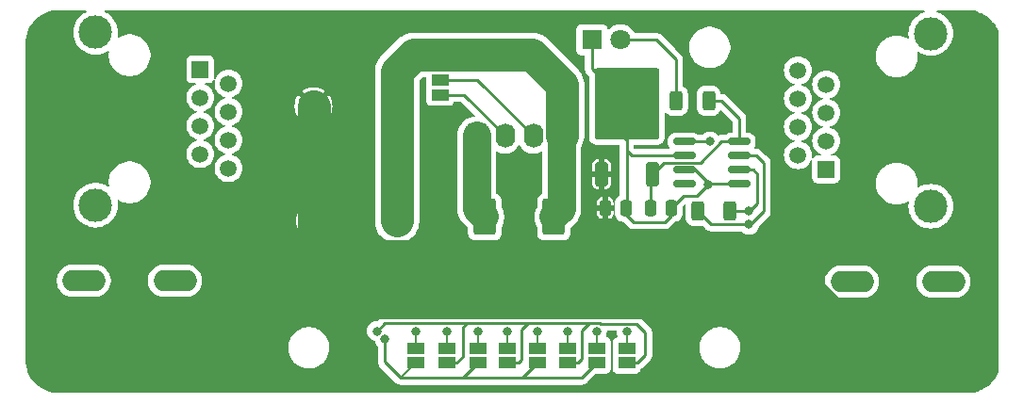
<source format=gtl>
G04 #@! TF.GenerationSoftware,KiCad,Pcbnew,8.0.0*
G04 #@! TF.CreationDate,2024-12-06T13:06:33-06:00*
G04 #@! TF.ProjectId,led_segment,6c65645f-7365-4676-9d65-6e742e6b6963,rev?*
G04 #@! TF.SameCoordinates,Original*
G04 #@! TF.FileFunction,Copper,L1,Top*
G04 #@! TF.FilePolarity,Positive*
%FSLAX46Y46*%
G04 Gerber Fmt 4.6, Leading zero omitted, Abs format (unit mm)*
G04 Created by KiCad (PCBNEW 8.0.0) date 2024-12-06 13:06:33*
%MOMM*%
%LPD*%
G01*
G04 APERTURE LIST*
G04 Aperture macros list*
%AMRoundRect*
0 Rectangle with rounded corners*
0 $1 Rounding radius*
0 $2 $3 $4 $5 $6 $7 $8 $9 X,Y pos of 4 corners*
0 Add a 4 corners polygon primitive as box body*
4,1,4,$2,$3,$4,$5,$6,$7,$8,$9,$2,$3,0*
0 Add four circle primitives for the rounded corners*
1,1,$1+$1,$2,$3*
1,1,$1+$1,$4,$5*
1,1,$1+$1,$6,$7*
1,1,$1+$1,$8,$9*
0 Add four rect primitives between the rounded corners*
20,1,$1+$1,$2,$3,$4,$5,0*
20,1,$1+$1,$4,$5,$6,$7,0*
20,1,$1+$1,$6,$7,$8,$9,0*
20,1,$1+$1,$8,$9,$2,$3,0*%
G04 Aperture macros list end*
G04 #@! TA.AperFunction,ComponentPad*
%ADD10R,1.800000X1.800000*%
G04 #@! TD*
G04 #@! TA.AperFunction,ComponentPad*
%ADD11C,1.800000*%
G04 #@! TD*
G04 #@! TA.AperFunction,SMDPad,CuDef*
%ADD12R,1.500000X1.000000*%
G04 #@! TD*
G04 #@! TA.AperFunction,SMDPad,CuDef*
%ADD13RoundRect,0.250000X0.312500X0.625000X-0.312500X0.625000X-0.312500X-0.625000X0.312500X-0.625000X0*%
G04 #@! TD*
G04 #@! TA.AperFunction,ComponentPad*
%ADD14C,2.600000*%
G04 #@! TD*
G04 #@! TA.AperFunction,ComponentPad*
%ADD15C,2.900000*%
G04 #@! TD*
G04 #@! TA.AperFunction,SMDPad,CuDef*
%ADD16RoundRect,0.250000X-0.312500X-0.625000X0.312500X-0.625000X0.312500X0.625000X-0.312500X0.625000X0*%
G04 #@! TD*
G04 #@! TA.AperFunction,ComponentPad*
%ADD17O,3.860800X1.930400*%
G04 #@! TD*
G04 #@! TA.AperFunction,ComponentPad*
%ADD18R,1.500000X1.500000*%
G04 #@! TD*
G04 #@! TA.AperFunction,ComponentPad*
%ADD19C,1.500000*%
G04 #@! TD*
G04 #@! TA.AperFunction,ComponentPad*
%ADD20C,3.000000*%
G04 #@! TD*
G04 #@! TA.AperFunction,SMDPad,CuDef*
%ADD21RoundRect,0.250000X-0.250000X-0.475000X0.250000X-0.475000X0.250000X0.475000X-0.250000X0.475000X0*%
G04 #@! TD*
G04 #@! TA.AperFunction,SMDPad,CuDef*
%ADD22RoundRect,0.150000X-0.825000X-0.150000X0.825000X-0.150000X0.825000X0.150000X-0.825000X0.150000X0*%
G04 #@! TD*
G04 #@! TA.AperFunction,SMDPad,CuDef*
%ADD23RoundRect,0.250000X0.750000X1.400000X-0.750000X1.400000X-0.750000X-1.400000X0.750000X-1.400000X0*%
G04 #@! TD*
G04 #@! TA.AperFunction,SMDPad,CuDef*
%ADD24RoundRect,0.250000X0.350000X-0.850000X0.350000X0.850000X-0.350000X0.850000X-0.350000X-0.850000X0*%
G04 #@! TD*
G04 #@! TA.AperFunction,SMDPad,CuDef*
%ADD25RoundRect,0.250000X1.125000X-1.275000X1.125000X1.275000X-1.125000X1.275000X-1.125000X-1.275000X0*%
G04 #@! TD*
G04 #@! TA.AperFunction,SMDPad,CuDef*
%ADD26RoundRect,0.249997X2.650003X-2.950003X2.650003X2.950003X-2.650003X2.950003X-2.650003X-2.950003X0*%
G04 #@! TD*
G04 #@! TA.AperFunction,ComponentPad*
%ADD27RoundRect,0.250000X-0.620000X-0.845000X0.620000X-0.845000X0.620000X0.845000X-0.620000X0.845000X0*%
G04 #@! TD*
G04 #@! TA.AperFunction,ComponentPad*
%ADD28O,1.740000X2.190000*%
G04 #@! TD*
G04 #@! TA.AperFunction,ViaPad*
%ADD29C,0.800000*%
G04 #@! TD*
G04 #@! TA.AperFunction,Conductor*
%ADD30C,0.200000*%
G04 #@! TD*
G04 #@! TA.AperFunction,Conductor*
%ADD31C,0.250000*%
G04 #@! TD*
G04 #@! TA.AperFunction,Conductor*
%ADD32C,2.500000*%
G04 #@! TD*
G04 #@! TA.AperFunction,Conductor*
%ADD33C,3.000000*%
G04 #@! TD*
G04 #@! TA.AperFunction,Conductor*
%ADD34C,7.125000*%
G04 #@! TD*
G04 APERTURE END LIST*
D10*
X193525000Y-122600000D03*
D11*
X196065000Y-122600000D03*
D12*
X177710000Y-150340000D03*
X177710000Y-151640000D03*
D13*
X204000000Y-128100000D03*
X201075000Y-128100000D03*
D12*
X188632000Y-150340000D03*
X188632000Y-151640000D03*
D14*
X176024000Y-138881000D03*
D15*
X176024000Y-128581000D03*
D14*
X168524000Y-138881000D03*
D15*
X168524000Y-128581000D03*
D16*
X203000000Y-138000000D03*
X205925000Y-138000000D03*
D17*
X156090000Y-149276000D03*
X147890000Y-149276000D03*
X156090000Y-144276000D03*
X147890000Y-144276000D03*
D12*
X180504000Y-150340000D03*
X180504000Y-151640000D03*
D18*
X214550000Y-134260000D03*
D19*
X212010000Y-132990000D03*
X214550000Y-131720000D03*
X212010000Y-130450000D03*
X214550000Y-129180000D03*
X212010000Y-127910000D03*
X214550000Y-126640000D03*
X212010000Y-125370000D03*
D20*
X223950000Y-137585000D03*
X223950000Y-122045000D03*
D21*
X194698000Y-137742000D03*
X196598000Y-137742000D03*
D22*
X201797000Y-131773000D03*
X201797000Y-133043000D03*
X201797000Y-134313000D03*
X201797000Y-135583000D03*
X206747000Y-135583000D03*
X206747000Y-134313000D03*
X206747000Y-133043000D03*
X206747000Y-131773000D03*
D21*
X198750000Y-137742000D03*
X200650000Y-137742000D03*
D23*
X190100000Y-138550000D03*
X183900000Y-138550000D03*
D17*
X216882000Y-144349984D03*
X225082000Y-144349984D03*
X216882000Y-149349984D03*
X225082000Y-149349984D03*
D12*
X193966000Y-150325000D03*
X193966000Y-151625000D03*
X183298000Y-150340000D03*
X183298000Y-151640000D03*
D24*
X194378000Y-134694000D03*
D25*
X195133000Y-130069000D03*
X198183000Y-130069000D03*
D26*
X196658000Y-128394000D03*
D25*
X195133000Y-126719000D03*
X198183000Y-126719000D03*
D24*
X198938000Y-134694000D03*
D12*
X179900000Y-126250000D03*
X179900000Y-127550000D03*
X196633000Y-150340000D03*
X196633000Y-151640000D03*
D18*
X158350000Y-125270000D03*
D19*
X160890000Y-126540000D03*
X158350000Y-127810000D03*
X160890000Y-129080000D03*
X158350000Y-130350000D03*
X160890000Y-131620000D03*
X158350000Y-132890000D03*
X160890000Y-134160000D03*
D20*
X148950000Y-121945000D03*
X148950000Y-137485000D03*
D27*
X183170000Y-131250000D03*
D28*
X185710000Y-131250000D03*
X188250000Y-131250000D03*
X190790000Y-131250000D03*
D12*
X191299000Y-150325000D03*
X191299000Y-151625000D03*
X185950000Y-150340000D03*
X185950000Y-151640000D03*
D29*
X177714000Y-148850000D03*
X180504000Y-148840000D03*
X183304000Y-148840000D03*
X185954000Y-148840000D03*
X188629000Y-148840000D03*
X191304000Y-148840000D03*
X203975000Y-135625000D03*
X204150000Y-131775000D03*
X193954000Y-148840000D03*
X196644000Y-148860000D03*
X174925000Y-149525000D03*
X207625000Y-139225000D03*
X174225000Y-148800000D03*
X207625000Y-138000000D03*
D30*
X177710000Y-150340000D02*
X177710000Y-148854000D01*
X177710000Y-148854000D02*
X177714000Y-148850000D01*
X180504000Y-150340000D02*
X180504000Y-148840000D01*
X183298000Y-148846000D02*
X183304000Y-148840000D01*
X183298000Y-150340000D02*
X183298000Y-148846000D01*
X185950000Y-148844000D02*
X185954000Y-148840000D01*
X185950000Y-150340000D02*
X185950000Y-148844000D01*
X188632000Y-148843000D02*
X188629000Y-148840000D01*
X188632000Y-150340000D02*
X188632000Y-148843000D01*
X191299000Y-150325000D02*
X191299000Y-148845000D01*
X191299000Y-148845000D02*
X191304000Y-148840000D01*
D31*
X200650000Y-138450000D02*
X200650000Y-137742000D01*
D32*
X183900000Y-138550000D02*
X183170000Y-137820000D01*
D31*
X197225000Y-139000000D02*
X200100000Y-139000000D01*
X196658000Y-132575000D02*
X196658000Y-137682000D01*
X202771999Y-134313000D02*
X204041999Y-135583000D01*
X196658000Y-128394000D02*
X196658000Y-132575000D01*
X193525000Y-122600000D02*
X193525000Y-125261000D01*
X203999999Y-135625000D02*
X204041999Y-135583000D01*
X196658000Y-137682000D02*
X196598000Y-137742000D01*
X201742000Y-136650000D02*
X202974999Y-136650000D01*
X206764000Y-135600000D02*
X206747000Y-135583000D01*
X196598000Y-131534000D02*
X195133000Y-130069000D01*
X197126000Y-133043000D02*
X196658000Y-132575000D01*
X203975000Y-135625000D02*
X203999999Y-135625000D01*
X200100000Y-139000000D02*
X200650000Y-138450000D01*
X196598000Y-138373000D02*
X197225000Y-139000000D01*
X202974999Y-136650000D02*
X203975000Y-135649999D01*
X204041999Y-135583000D02*
X206747000Y-135583000D01*
X201797000Y-133043000D02*
X197126000Y-133043000D01*
X201797000Y-134313000D02*
X202771999Y-134313000D01*
X196598000Y-137742000D02*
X196598000Y-138373000D01*
D32*
X183170000Y-137820000D02*
X183170000Y-131250000D01*
D31*
X200650000Y-137742000D02*
X201742000Y-136650000D01*
X193525000Y-125261000D02*
X196658000Y-128394000D01*
X203975000Y-135649999D02*
X203975000Y-135625000D01*
X204148000Y-131773000D02*
X204150000Y-131775000D01*
X179900000Y-126250000D02*
X183250000Y-126250000D01*
X201797000Y-131773000D02*
X204148000Y-131773000D01*
X183250000Y-126250000D02*
X188250000Y-131250000D01*
D33*
X190820000Y-126645000D02*
X190820000Y-131250000D01*
X177525000Y-123975000D02*
X188150000Y-123975000D01*
X188150000Y-123975000D02*
X190820000Y-126645000D01*
X176024000Y-128581000D02*
X176024000Y-125476000D01*
D32*
X190790000Y-131250000D02*
X190790000Y-137860000D01*
D33*
X176024000Y-134000000D02*
X176024000Y-138881000D01*
X176024000Y-128581000D02*
X176024000Y-134000000D01*
D32*
X190790000Y-137860000D02*
X190100000Y-138550000D01*
D33*
X176024000Y-125476000D02*
X177525000Y-123975000D01*
D31*
X205150000Y-128100000D02*
X206747000Y-129697000D01*
X205177305Y-131773000D02*
X203262305Y-133688000D01*
X198750000Y-137742000D02*
X198750000Y-134882000D01*
X206747000Y-129697000D02*
X206747000Y-131773000D01*
X206747000Y-131773000D02*
X205177305Y-131773000D01*
X198938000Y-134694000D02*
X199202000Y-134958000D01*
X204000000Y-128100000D02*
X205150000Y-128100000D01*
X198750000Y-134882000D02*
X198938000Y-134694000D01*
X203262305Y-133688000D02*
X199944000Y-133688000D01*
X199944000Y-133688000D02*
X198938000Y-134694000D01*
D34*
X166495569Y-144250000D02*
X166595569Y-144150000D01*
X161469569Y-149276000D02*
X166495569Y-144250000D01*
D33*
X168524000Y-142221569D02*
X166495569Y-144250000D01*
D34*
X156090000Y-149276000D02*
X161469569Y-149276000D01*
D33*
X168524000Y-138881000D02*
X168524000Y-142221569D01*
D34*
X216882000Y-149349984D02*
X225082000Y-149349984D01*
X147890000Y-149276000D02*
X156090000Y-149276000D01*
X166595569Y-144150000D02*
X209030839Y-144150000D01*
X209030839Y-144150000D02*
X214230823Y-149349984D01*
D33*
X168524000Y-128581000D02*
X168524000Y-138881000D01*
D34*
X214230823Y-149349984D02*
X216882000Y-149349984D01*
D30*
X158300000Y-132940000D02*
X158350000Y-132890000D01*
X193966000Y-148852000D02*
X193954000Y-148840000D01*
X193966000Y-150325000D02*
X193966000Y-148852000D01*
X196644000Y-148860000D02*
X196644000Y-150329000D01*
X196644000Y-150329000D02*
X196633000Y-150340000D01*
D31*
X208950000Y-138025000D02*
X208950000Y-133700000D01*
X181925000Y-153000000D02*
X176350000Y-153000000D01*
X207600000Y-139200000D02*
X204200000Y-139200000D01*
X183285000Y-151640000D02*
X181925000Y-153000000D01*
D30*
X177710000Y-151640000D02*
X177283000Y-151213000D01*
D31*
X188632000Y-151640000D02*
X187275000Y-152997000D01*
X204200000Y-139200000D02*
X203000000Y-138000000D01*
X183298000Y-151640000D02*
X183285000Y-151640000D01*
X187275000Y-153000000D02*
X181925000Y-153000000D01*
X207750000Y-139225000D02*
X208950000Y-138025000D01*
X192591000Y-153000000D02*
X187275000Y-153000000D01*
D30*
X177710000Y-151640000D02*
X176350000Y-153000000D01*
X177545000Y-151640000D02*
X177710000Y-151640000D01*
D31*
X208950000Y-133700000D02*
X208293000Y-133043000D01*
X174925000Y-149525000D02*
X174925000Y-151575000D01*
X193966000Y-151625000D02*
X192591000Y-153000000D01*
X174925000Y-151575000D02*
X176350000Y-153000000D01*
X208293000Y-133043000D02*
X206747000Y-133043000D01*
X207625000Y-139225000D02*
X207750000Y-139225000D01*
X187275000Y-152997000D02*
X187275000Y-153000000D01*
X207625000Y-139225000D02*
X207600000Y-139200000D01*
X187750000Y-148115000D02*
X182254305Y-148115000D01*
X207988000Y-134313000D02*
X206747000Y-134313000D01*
X207625000Y-138000000D02*
X207675000Y-138000000D01*
X181900000Y-148469305D02*
X181900000Y-151100000D01*
X208350000Y-134675000D02*
X207988000Y-134313000D01*
X206366092Y-134313000D02*
X206747000Y-134313000D01*
X191299000Y-151625000D02*
X192299000Y-151625000D01*
X194264305Y-148125000D02*
X197525000Y-148125000D01*
X187225000Y-148640000D02*
X187750000Y-148115000D01*
X208350000Y-137325000D02*
X208350000Y-134675000D01*
X197525000Y-148125000D02*
X198300000Y-148900000D01*
X174225000Y-148800000D02*
X174910000Y-148115000D01*
X182254305Y-148115000D02*
X181900000Y-148469305D01*
X187225000Y-151365000D02*
X187225000Y-148640000D01*
X181900000Y-151100000D02*
X181360000Y-151640000D01*
X192625000Y-148765000D02*
X193275000Y-148115000D01*
X192299000Y-151625000D02*
X192625000Y-151299000D01*
X197633000Y-151640000D02*
X196633000Y-151640000D01*
X205925000Y-138000000D02*
X207625000Y-138000000D01*
X193275000Y-148115000D02*
X187750000Y-148115000D01*
X207675000Y-138000000D02*
X208350000Y-137325000D01*
X192625000Y-151299000D02*
X192625000Y-148765000D01*
X185950000Y-151640000D02*
X186950000Y-151640000D01*
X198300000Y-150973000D02*
X197633000Y-151640000D01*
D30*
X180011000Y-151640000D02*
X180504000Y-151640000D01*
D31*
X194254305Y-148115000D02*
X194264305Y-148125000D01*
X186950000Y-151640000D02*
X187225000Y-151365000D01*
X174910000Y-148115000D02*
X182254305Y-148115000D01*
X193275000Y-148115000D02*
X194254305Y-148115000D01*
X198300000Y-148900000D02*
X198300000Y-150973000D01*
X181360000Y-151640000D02*
X180504000Y-151640000D01*
X182010000Y-127550000D02*
X179900000Y-127550000D01*
X185710000Y-131250000D02*
X182010000Y-127550000D01*
X199275000Y-122600000D02*
X196065000Y-122600000D01*
X201075000Y-124400000D02*
X199275000Y-122600000D01*
X201075000Y-128100000D02*
X201075000Y-124400000D01*
G04 #@! TA.AperFunction,Conductor*
G36*
X148142884Y-120018013D02*
G01*
X148160897Y-120061500D01*
X148142884Y-120104987D01*
X148120888Y-120119122D01*
X148120298Y-120119343D01*
X148116837Y-120120633D01*
X148116836Y-120120633D01*
X147865690Y-120257770D01*
X147865685Y-120257773D01*
X147636607Y-120429259D01*
X147636603Y-120429262D01*
X147434262Y-120631603D01*
X147434259Y-120631607D01*
X147262773Y-120860685D01*
X147262770Y-120860690D01*
X147125633Y-121111836D01*
X147125629Y-121111845D01*
X147025631Y-121379950D01*
X147003614Y-121481163D01*
X146966424Y-121652128D01*
X146964802Y-121659583D01*
X146944390Y-121944995D01*
X146944390Y-121945004D01*
X146964802Y-122230416D01*
X146964803Y-122230423D01*
X146964804Y-122230428D01*
X146986555Y-122330416D01*
X147025631Y-122510049D01*
X147125629Y-122778154D01*
X147125633Y-122778163D01*
X147262770Y-123029309D01*
X147262773Y-123029314D01*
X147337632Y-123129314D01*
X147434261Y-123258395D01*
X147636605Y-123460739D01*
X147770191Y-123560740D01*
X147865685Y-123632226D01*
X147865690Y-123632229D01*
X148116836Y-123769366D01*
X148116845Y-123769370D01*
X148384950Y-123869368D01*
X148384953Y-123869368D01*
X148384954Y-123869369D01*
X148664572Y-123930196D01*
X148664581Y-123930196D01*
X148664583Y-123930197D01*
X148949996Y-123950610D01*
X148950000Y-123950610D01*
X148950004Y-123950610D01*
X149235416Y-123930197D01*
X149235416Y-123930196D01*
X149235428Y-123930196D01*
X149515046Y-123869369D01*
X149515049Y-123869368D01*
X149783154Y-123769370D01*
X149783163Y-123769366D01*
X149898615Y-123706324D01*
X150034315Y-123632226D01*
X150053230Y-123618065D01*
X150098838Y-123606424D01*
X150139319Y-123630441D01*
X150151061Y-123675326D01*
X150124500Y-123877069D01*
X150124500Y-124122930D01*
X150156591Y-124366680D01*
X150156594Y-124366693D01*
X150220219Y-124604144D01*
X150220222Y-124604153D01*
X150314306Y-124831292D01*
X150325851Y-124851288D01*
X150437234Y-125044211D01*
X150437235Y-125044212D01*
X150586897Y-125239254D01*
X150760745Y-125413102D01*
X150955787Y-125562764D01*
X150955788Y-125562765D01*
X150999450Y-125587973D01*
X151168708Y-125685694D01*
X151395847Y-125779778D01*
X151417926Y-125785694D01*
X151633306Y-125843405D01*
X151633320Y-125843408D01*
X151633323Y-125843409D01*
X151877073Y-125875500D01*
X151877076Y-125875500D01*
X152122924Y-125875500D01*
X152122927Y-125875500D01*
X152366677Y-125843409D01*
X152366685Y-125843406D01*
X152366693Y-125843405D01*
X152531183Y-125799330D01*
X152604153Y-125779778D01*
X152831292Y-125685694D01*
X153044208Y-125562767D01*
X153057070Y-125552898D01*
X153085365Y-125531186D01*
X153239256Y-125413101D01*
X153413101Y-125239256D01*
X153562767Y-125044208D01*
X153685694Y-124831292D01*
X153779778Y-124604153D01*
X153832229Y-124408402D01*
X153843405Y-124366693D01*
X153843408Y-124366680D01*
X153843409Y-124366677D01*
X153875500Y-124122927D01*
X153875500Y-123877073D01*
X153843409Y-123633323D01*
X153843408Y-123633319D01*
X153843405Y-123633306D01*
X153779780Y-123395855D01*
X153779778Y-123395847D01*
X153685694Y-123168708D01*
X153562767Y-122955792D01*
X153562765Y-122955788D01*
X153562764Y-122955787D01*
X153413102Y-122760745D01*
X153239254Y-122586897D01*
X153044212Y-122437235D01*
X153044211Y-122437234D01*
X152937750Y-122375769D01*
X152831292Y-122314306D01*
X152604153Y-122220222D01*
X152604144Y-122220219D01*
X152366693Y-122156594D01*
X152366680Y-122156591D01*
X152122930Y-122124500D01*
X152122927Y-122124500D01*
X151877073Y-122124500D01*
X151877069Y-122124500D01*
X151633319Y-122156591D01*
X151633306Y-122156594D01*
X151395855Y-122220219D01*
X151395846Y-122220222D01*
X151168709Y-122314305D01*
X151001183Y-122411026D01*
X150954515Y-122417169D01*
X150917172Y-122388515D01*
X150910339Y-122344692D01*
X150913442Y-122330428D01*
X150935196Y-122230428D01*
X150943513Y-122114140D01*
X150955610Y-121945004D01*
X150955610Y-121944995D01*
X150935197Y-121659583D01*
X150935196Y-121659581D01*
X150935196Y-121659572D01*
X150874369Y-121379954D01*
X150874368Y-121379950D01*
X150774370Y-121111845D01*
X150774366Y-121111836D01*
X150637229Y-120860690D01*
X150637226Y-120860685D01*
X150540598Y-120731605D01*
X150465739Y-120631605D01*
X150263395Y-120429261D01*
X150034315Y-120257774D01*
X150034316Y-120257774D01*
X150034314Y-120257773D01*
X150034309Y-120257770D01*
X149783162Y-120120633D01*
X149779702Y-120119343D01*
X149779111Y-120119122D01*
X149744661Y-120087049D01*
X149742980Y-120040009D01*
X149775054Y-120005558D01*
X149800603Y-120000000D01*
X223368043Y-120000000D01*
X223411530Y-120018013D01*
X223429543Y-120061500D01*
X223411530Y-120104987D01*
X223386911Y-120119594D01*
X223387012Y-120119863D01*
X223385525Y-120120417D01*
X223385373Y-120120508D01*
X223384948Y-120120632D01*
X223116845Y-120220629D01*
X223116836Y-120220633D01*
X222865690Y-120357770D01*
X222865685Y-120357773D01*
X222636607Y-120529259D01*
X222636603Y-120529262D01*
X222434262Y-120731603D01*
X222434259Y-120731607D01*
X222262773Y-120960685D01*
X222262770Y-120960690D01*
X222125633Y-121211836D01*
X222125629Y-121211845D01*
X222025631Y-121479950D01*
X221964802Y-121759583D01*
X221944390Y-122044995D01*
X221944390Y-122045004D01*
X221964802Y-122330417D01*
X221964803Y-122330425D01*
X221964804Y-122330428D01*
X221989661Y-122444693D01*
X221981303Y-122491015D01*
X221942638Y-122517860D01*
X221898816Y-122511026D01*
X221864156Y-122491015D01*
X221731292Y-122414306D01*
X221504153Y-122320222D01*
X221504144Y-122320219D01*
X221266693Y-122256594D01*
X221266680Y-122256591D01*
X221022930Y-122224500D01*
X221022927Y-122224500D01*
X220777073Y-122224500D01*
X220777069Y-122224500D01*
X220533319Y-122256591D01*
X220533306Y-122256594D01*
X220295855Y-122320219D01*
X220295846Y-122320222D01*
X220068710Y-122414305D01*
X219855788Y-122537234D01*
X219855787Y-122537235D01*
X219660745Y-122686897D01*
X219486897Y-122860745D01*
X219337235Y-123055787D01*
X219337234Y-123055788D01*
X219214305Y-123268710D01*
X219120222Y-123495846D01*
X219120219Y-123495855D01*
X219056594Y-123733306D01*
X219056591Y-123733319D01*
X219024500Y-123977069D01*
X219024500Y-124222927D01*
X219056591Y-124466680D01*
X219056594Y-124466693D01*
X219120219Y-124704144D01*
X219120222Y-124704153D01*
X219214306Y-124931292D01*
X219239739Y-124975343D01*
X219337234Y-125144211D01*
X219337235Y-125144212D01*
X219486897Y-125339254D01*
X219660745Y-125513102D01*
X219855787Y-125662764D01*
X219855788Y-125662765D01*
X219895503Y-125685694D01*
X220068708Y-125785694D01*
X220295847Y-125879778D01*
X220344650Y-125892854D01*
X220533306Y-125943405D01*
X220533320Y-125943408D01*
X220533323Y-125943409D01*
X220777073Y-125975500D01*
X220777076Y-125975500D01*
X221022924Y-125975500D01*
X221022927Y-125975500D01*
X221266677Y-125943409D01*
X221266685Y-125943406D01*
X221266693Y-125943405D01*
X221382547Y-125912362D01*
X221504153Y-125879778D01*
X221731292Y-125785694D01*
X221944208Y-125662767D01*
X222139256Y-125513101D01*
X222313101Y-125339256D01*
X222462767Y-125144208D01*
X222585694Y-124931292D01*
X222679778Y-124704153D01*
X222728388Y-124522736D01*
X222743405Y-124466693D01*
X222743408Y-124466680D01*
X222743409Y-124466677D01*
X222775500Y-124222927D01*
X222775500Y-123977073D01*
X222748938Y-123775323D01*
X222761120Y-123729860D01*
X222801884Y-123706324D01*
X222846768Y-123718065D01*
X222865685Y-123732226D01*
X222865690Y-123732229D01*
X223116836Y-123869366D01*
X223116845Y-123869370D01*
X223384950Y-123969368D01*
X223384953Y-123969368D01*
X223384954Y-123969369D01*
X223664572Y-124030196D01*
X223664581Y-124030196D01*
X223664583Y-124030197D01*
X223949996Y-124050610D01*
X223950000Y-124050610D01*
X223950004Y-124050610D01*
X224235416Y-124030197D01*
X224235416Y-124030196D01*
X224235428Y-124030196D01*
X224515046Y-123969369D01*
X224515049Y-123969368D01*
X224783154Y-123869370D01*
X224783163Y-123869366D01*
X224953299Y-123776464D01*
X225034315Y-123732226D01*
X225263395Y-123560739D01*
X225465739Y-123358395D01*
X225637226Y-123129315D01*
X225774367Y-122878161D01*
X225780864Y-122860744D01*
X225874368Y-122610049D01*
X225874369Y-122610046D01*
X225935196Y-122330428D01*
X225943078Y-122220219D01*
X225955610Y-122045004D01*
X225955610Y-122044995D01*
X225935197Y-121759583D01*
X225935196Y-121759581D01*
X225935196Y-121759572D01*
X225874369Y-121479954D01*
X225866058Y-121457671D01*
X225774370Y-121211845D01*
X225774366Y-121211836D01*
X225637229Y-120960690D01*
X225637226Y-120960685D01*
X225562367Y-120860685D01*
X225465739Y-120731605D01*
X225263395Y-120529261D01*
X225050985Y-120370253D01*
X225034314Y-120357773D01*
X225034309Y-120357770D01*
X224783163Y-120220633D01*
X224783154Y-120220629D01*
X224515051Y-120120632D01*
X224514627Y-120120508D01*
X224514549Y-120120445D01*
X224512988Y-120119863D01*
X224513181Y-120119343D01*
X224477978Y-120090970D01*
X224472949Y-120044170D01*
X224502487Y-120007521D01*
X224531957Y-120000000D01*
X227791760Y-120000000D01*
X227806478Y-120001787D01*
X228131186Y-120081821D01*
X228138276Y-120084030D01*
X228193535Y-120104987D01*
X228461438Y-120206589D01*
X228468201Y-120209632D01*
X228559925Y-120257773D01*
X228774234Y-120370251D01*
X228780590Y-120374094D01*
X229065015Y-120570419D01*
X229070861Y-120574998D01*
X229329568Y-120804191D01*
X229334808Y-120809431D01*
X229468807Y-120960685D01*
X229564001Y-121068138D01*
X229568580Y-121073984D01*
X229764905Y-121358409D01*
X229768748Y-121364764D01*
X229803011Y-121430047D01*
X229929372Y-121670808D01*
X229932415Y-121677572D01*
X229996003Y-121845239D01*
X230000000Y-121867047D01*
X230000000Y-152455948D01*
X229996003Y-152477756D01*
X229932411Y-152645434D01*
X229929364Y-152652206D01*
X229768748Y-152958234D01*
X229764905Y-152964590D01*
X229568580Y-153249015D01*
X229564001Y-153254861D01*
X229334814Y-153513562D01*
X229329562Y-153518814D01*
X229070861Y-153748001D01*
X229065015Y-153752580D01*
X228780590Y-153948905D01*
X228774234Y-153952748D01*
X228468206Y-154113364D01*
X228461434Y-154116412D01*
X228138276Y-154238969D01*
X228131186Y-154241178D01*
X227795620Y-154323889D01*
X227788315Y-154325228D01*
X227444753Y-154366943D01*
X227438268Y-154367384D01*
X227265464Y-154369993D01*
X227264536Y-154370000D01*
X145604464Y-154370000D01*
X145603536Y-154369993D01*
X145430731Y-154367384D01*
X145424246Y-154366943D01*
X145080684Y-154325228D01*
X145073379Y-154323889D01*
X144737813Y-154241178D01*
X144730723Y-154238969D01*
X144407565Y-154116412D01*
X144400793Y-154113364D01*
X144094765Y-153952748D01*
X144088409Y-153948905D01*
X143803984Y-153752580D01*
X143798138Y-153748001D01*
X143646293Y-153613479D01*
X143539431Y-153518808D01*
X143534191Y-153513568D01*
X143304998Y-153254861D01*
X143300419Y-153249015D01*
X143104094Y-152964590D01*
X143100251Y-152958234D01*
X142939635Y-152652206D01*
X142936587Y-152645434D01*
X142934715Y-152640499D01*
X142827004Y-152356487D01*
X142814030Y-152322276D01*
X142811821Y-152315186D01*
X142805985Y-152291508D01*
X142729107Y-151979607D01*
X142727773Y-151972328D01*
X142686055Y-151628739D01*
X142685616Y-151622283D01*
X142683007Y-151449463D01*
X142683000Y-151448535D01*
X142683000Y-149526000D01*
X145734048Y-149526000D01*
X145739522Y-149560561D01*
X145798630Y-149742476D01*
X145885468Y-149912906D01*
X145997895Y-150067648D01*
X146133151Y-150202904D01*
X146287893Y-150315331D01*
X146458323Y-150402169D01*
X146640239Y-150461277D01*
X146829158Y-150491199D01*
X146829166Y-150491200D01*
X147640000Y-150491200D01*
X147640000Y-149876001D01*
X147700402Y-149901021D01*
X147825981Y-149926000D01*
X147954019Y-149926000D01*
X148079598Y-149901021D01*
X148140000Y-149876001D01*
X148140000Y-150491200D01*
X148950834Y-150491200D01*
X148950841Y-150491199D01*
X149139760Y-150461277D01*
X149321676Y-150402169D01*
X149492106Y-150315331D01*
X149646848Y-150202904D01*
X149646849Y-150202904D01*
X149782104Y-150067649D01*
X149782104Y-150067648D01*
X149894531Y-149912906D01*
X149981369Y-149742476D01*
X150040477Y-149560561D01*
X150045952Y-149526000D01*
X153934048Y-149526000D01*
X153939522Y-149560561D01*
X153998630Y-149742476D01*
X154085468Y-149912906D01*
X154197895Y-150067648D01*
X154333151Y-150202904D01*
X154487893Y-150315331D01*
X154658323Y-150402169D01*
X154840239Y-150461277D01*
X155029158Y-150491199D01*
X155029166Y-150491200D01*
X155840000Y-150491200D01*
X155840000Y-149876001D01*
X155900402Y-149901021D01*
X156025981Y-149926000D01*
X156154019Y-149926000D01*
X156279598Y-149901021D01*
X156340000Y-149876001D01*
X156340000Y-150491200D01*
X157150834Y-150491200D01*
X157150841Y-150491199D01*
X157339760Y-150461277D01*
X157462818Y-150421293D01*
X166249500Y-150421293D01*
X166281163Y-150661796D01*
X166343944Y-150896094D01*
X166343946Y-150896100D01*
X166436776Y-151120212D01*
X166497420Y-151225250D01*
X166558065Y-151330292D01*
X166558066Y-151330293D01*
X166705733Y-151522736D01*
X166877263Y-151694266D01*
X167069706Y-151841933D01*
X167069707Y-151841934D01*
X167114102Y-151867565D01*
X167279788Y-151963224D01*
X167503900Y-152056054D01*
X167668591Y-152100183D01*
X167738203Y-152118836D01*
X167738204Y-152118836D01*
X167738211Y-152118838D01*
X167978712Y-152150500D01*
X167978715Y-152150500D01*
X168221285Y-152150500D01*
X168221288Y-152150500D01*
X168461789Y-152118838D01*
X168696100Y-152056054D01*
X168920212Y-151963224D01*
X169130289Y-151841936D01*
X169322738Y-151694265D01*
X169494265Y-151522738D01*
X169641936Y-151330289D01*
X169763224Y-151120212D01*
X169856054Y-150896100D01*
X169918838Y-150661789D01*
X169950500Y-150421288D01*
X169950500Y-150178712D01*
X169918838Y-149938211D01*
X169912057Y-149912906D01*
X169896507Y-149854872D01*
X169856054Y-149703900D01*
X169763224Y-149479788D01*
X169651320Y-149285965D01*
X169641934Y-149269707D01*
X169641933Y-149269706D01*
X169494266Y-149077263D01*
X169322736Y-148905733D01*
X169184944Y-148800001D01*
X173319540Y-148800001D01*
X173339325Y-148988255D01*
X173397820Y-149168282D01*
X173397821Y-149168284D01*
X173491712Y-149330909D01*
X173492469Y-149332219D01*
X173619122Y-149472882D01*
X173619126Y-149472885D01*
X173619129Y-149472888D01*
X173772270Y-149584151D01*
X173945197Y-149661144D01*
X173993388Y-149671386D01*
X174032179Y-149698045D01*
X174039092Y-149712537D01*
X174060079Y-149777127D01*
X174097821Y-149893284D01*
X174192467Y-150057216D01*
X174283703Y-150158543D01*
X174299500Y-150199694D01*
X174299500Y-151636610D01*
X174323535Y-151757444D01*
X174323536Y-151757449D01*
X174323537Y-151757451D01*
X174370688Y-151871286D01*
X174390184Y-151900463D01*
X174439140Y-151973730D01*
X174439141Y-151973732D01*
X174529765Y-152064357D01*
X174529778Y-152064368D01*
X175864141Y-153398732D01*
X175864142Y-153398733D01*
X175951267Y-153485858D01*
X175985416Y-153508675D01*
X176053710Y-153554309D01*
X176053712Y-153554310D01*
X176053714Y-153554311D01*
X176167548Y-153601463D01*
X176227971Y-153613481D01*
X176248111Y-153617487D01*
X176288391Y-153625500D01*
X176288393Y-153625500D01*
X192652609Y-153625500D01*
X192672747Y-153621493D01*
X192713029Y-153613481D01*
X192773452Y-153601463D01*
X192806792Y-153587652D01*
X192865996Y-153563130D01*
X192887277Y-153554316D01*
X192887278Y-153554315D01*
X192887286Y-153554312D01*
X192938509Y-153520084D01*
X192989733Y-153485858D01*
X193076858Y-153398733D01*
X193076858Y-153398731D01*
X193081916Y-153393674D01*
X193081919Y-153393669D01*
X193832078Y-152643512D01*
X193875565Y-152625499D01*
X194763872Y-152625499D01*
X194823483Y-152619091D01*
X194958331Y-152568796D01*
X195073546Y-152482546D01*
X195159796Y-152367331D01*
X195210091Y-152232483D01*
X195216500Y-152172873D01*
X195216499Y-151077128D01*
X195210091Y-151017517D01*
X195202249Y-150996491D01*
X195202249Y-150953507D01*
X195210091Y-150932483D01*
X195216500Y-150872873D01*
X195216499Y-149777128D01*
X195210091Y-149717517D01*
X195159796Y-149582669D01*
X195073546Y-149467454D01*
X194978370Y-149396205D01*
X194958333Y-149381205D01*
X194958328Y-149381203D01*
X194823484Y-149330909D01*
X194823483Y-149330908D01*
X194810903Y-149329556D01*
X194769591Y-149306997D01*
X194756332Y-149261833D01*
X194764218Y-149237660D01*
X194781179Y-149208284D01*
X194839674Y-149028256D01*
X194857358Y-148859998D01*
X194859460Y-148840001D01*
X194859460Y-148839998D01*
X194857193Y-148818428D01*
X194870562Y-148773296D01*
X194911928Y-148750837D01*
X194918356Y-148750500D01*
X195681746Y-148750500D01*
X195725233Y-148768513D01*
X195743246Y-148812000D01*
X195742909Y-148818428D01*
X195738540Y-148859998D01*
X195738540Y-148860001D01*
X195758325Y-149048255D01*
X195816820Y-149228283D01*
X195831121Y-149253052D01*
X195837264Y-149299720D01*
X195808610Y-149337063D01*
X195784434Y-149344950D01*
X195775518Y-149345908D01*
X195775514Y-149345909D01*
X195640671Y-149396203D01*
X195640666Y-149396205D01*
X195525454Y-149482454D01*
X195439205Y-149597666D01*
X195439203Y-149597671D01*
X195388910Y-149732512D01*
X195388910Y-149732514D01*
X195388909Y-149732517D01*
X195382500Y-149792127D01*
X195382500Y-149792128D01*
X195382500Y-150887872D01*
X195388908Y-150947480D01*
X195396751Y-150968510D01*
X195396751Y-151011487D01*
X195388910Y-151032513D01*
X195388909Y-151032517D01*
X195384113Y-151077127D01*
X195382500Y-151092128D01*
X195382500Y-152187872D01*
X195388908Y-152247481D01*
X195388909Y-152247485D01*
X195416805Y-152322276D01*
X195439204Y-152382331D01*
X195525454Y-152497546D01*
X195640669Y-152583796D01*
X195775517Y-152634091D01*
X195835127Y-152640500D01*
X197430872Y-152640499D01*
X197490483Y-152634091D01*
X197625331Y-152583796D01*
X197740546Y-152497546D01*
X197826796Y-152382331D01*
X197877091Y-152247483D01*
X197877091Y-152247477D01*
X197877975Y-152243742D01*
X197880292Y-152244289D01*
X197899218Y-152209493D01*
X197914349Y-152200498D01*
X197929286Y-152194312D01*
X197980509Y-152160084D01*
X198031733Y-152125858D01*
X198118858Y-152038733D01*
X198118858Y-152038731D01*
X198123916Y-152033674D01*
X198123919Y-152033669D01*
X198785857Y-151371734D01*
X198804580Y-151343714D01*
X198813549Y-151330292D01*
X198854305Y-151269295D01*
X198854305Y-151269294D01*
X198854311Y-151269286D01*
X198901463Y-151155452D01*
X198905741Y-151133943D01*
X198925500Y-151034607D01*
X198925500Y-150911394D01*
X198925500Y-150421293D01*
X203149500Y-150421293D01*
X203181163Y-150661796D01*
X203243944Y-150896094D01*
X203243946Y-150896100D01*
X203336776Y-151120212D01*
X203397420Y-151225250D01*
X203458065Y-151330292D01*
X203458066Y-151330293D01*
X203605733Y-151522736D01*
X203777263Y-151694266D01*
X203969706Y-151841933D01*
X203969707Y-151841934D01*
X204014102Y-151867565D01*
X204179788Y-151963224D01*
X204403900Y-152056054D01*
X204568591Y-152100183D01*
X204638203Y-152118836D01*
X204638204Y-152118836D01*
X204638211Y-152118838D01*
X204878712Y-152150500D01*
X204878715Y-152150500D01*
X205121285Y-152150500D01*
X205121288Y-152150500D01*
X205361789Y-152118838D01*
X205596100Y-152056054D01*
X205820212Y-151963224D01*
X206030289Y-151841936D01*
X206222738Y-151694265D01*
X206394265Y-151522738D01*
X206541936Y-151330289D01*
X206663224Y-151120212D01*
X206756054Y-150896100D01*
X206818838Y-150661789D01*
X206850500Y-150421288D01*
X206850500Y-150178712D01*
X206818838Y-149938211D01*
X206812057Y-149912906D01*
X206796507Y-149854872D01*
X206756054Y-149703900D01*
X206713011Y-149599984D01*
X214726048Y-149599984D01*
X214731522Y-149634545D01*
X214790630Y-149816460D01*
X214877468Y-149986890D01*
X214989895Y-150141632D01*
X215125151Y-150276888D01*
X215279893Y-150389315D01*
X215450323Y-150476153D01*
X215632239Y-150535261D01*
X215821158Y-150565183D01*
X215821166Y-150565184D01*
X216632000Y-150565184D01*
X216632000Y-149949985D01*
X216692402Y-149975005D01*
X216817981Y-149999984D01*
X216946019Y-149999984D01*
X217071598Y-149975005D01*
X217132000Y-149949985D01*
X217132000Y-150565184D01*
X217942834Y-150565184D01*
X217942841Y-150565183D01*
X218131760Y-150535261D01*
X218313676Y-150476153D01*
X218484106Y-150389315D01*
X218638848Y-150276888D01*
X218638849Y-150276888D01*
X218774104Y-150141633D01*
X218774104Y-150141632D01*
X218886531Y-149986890D01*
X218973369Y-149816460D01*
X219032477Y-149634545D01*
X219037952Y-149599984D01*
X222926048Y-149599984D01*
X222931522Y-149634545D01*
X222990630Y-149816460D01*
X223077468Y-149986890D01*
X223189895Y-150141632D01*
X223325151Y-150276888D01*
X223479893Y-150389315D01*
X223650323Y-150476153D01*
X223832239Y-150535261D01*
X224021158Y-150565183D01*
X224021166Y-150565184D01*
X224832000Y-150565184D01*
X224832000Y-149949985D01*
X224892402Y-149975005D01*
X225017981Y-149999984D01*
X225146019Y-149999984D01*
X225271598Y-149975005D01*
X225332000Y-149949985D01*
X225332000Y-150565184D01*
X226142834Y-150565184D01*
X226142841Y-150565183D01*
X226331760Y-150535261D01*
X226513676Y-150476153D01*
X226684106Y-150389315D01*
X226838848Y-150276888D01*
X226838849Y-150276888D01*
X226974104Y-150141633D01*
X226974104Y-150141632D01*
X227086531Y-149986890D01*
X227173369Y-149816460D01*
X227232477Y-149634545D01*
X227237952Y-149599984D01*
X225682001Y-149599984D01*
X225707021Y-149539582D01*
X225732000Y-149414003D01*
X225732000Y-149285965D01*
X225707021Y-149160386D01*
X225682001Y-149099984D01*
X227237951Y-149099984D01*
X227232477Y-149065422D01*
X227173369Y-148883507D01*
X227086531Y-148713077D01*
X226974104Y-148558335D01*
X226838848Y-148423079D01*
X226684106Y-148310652D01*
X226513676Y-148223814D01*
X226331760Y-148164706D01*
X226142841Y-148134784D01*
X225332000Y-148134784D01*
X225332000Y-148749982D01*
X225271598Y-148724963D01*
X225146019Y-148699984D01*
X225017981Y-148699984D01*
X224892402Y-148724963D01*
X224832000Y-148749982D01*
X224832000Y-148134784D01*
X224021158Y-148134784D01*
X223832239Y-148164706D01*
X223650323Y-148223814D01*
X223479893Y-148310652D01*
X223325151Y-148423079D01*
X223325151Y-148423080D01*
X223189896Y-148558335D01*
X223189895Y-148558335D01*
X223077468Y-148713077D01*
X222990630Y-148883507D01*
X222931522Y-149065422D01*
X222926048Y-149099984D01*
X224481999Y-149099984D01*
X224456979Y-149160386D01*
X224432000Y-149285965D01*
X224432000Y-149414003D01*
X224456979Y-149539582D01*
X224481999Y-149599984D01*
X222926048Y-149599984D01*
X219037952Y-149599984D01*
X217482001Y-149599984D01*
X217507021Y-149539582D01*
X217532000Y-149414003D01*
X217532000Y-149285965D01*
X217507021Y-149160386D01*
X217482001Y-149099984D01*
X219037951Y-149099984D01*
X219032477Y-149065422D01*
X218973369Y-148883507D01*
X218886531Y-148713077D01*
X218774104Y-148558335D01*
X218638848Y-148423079D01*
X218484106Y-148310652D01*
X218313676Y-148223814D01*
X218131760Y-148164706D01*
X217942841Y-148134784D01*
X217132000Y-148134784D01*
X217132000Y-148749982D01*
X217071598Y-148724963D01*
X216946019Y-148699984D01*
X216817981Y-148699984D01*
X216692402Y-148724963D01*
X216632000Y-148749982D01*
X216632000Y-148134784D01*
X215821158Y-148134784D01*
X215632239Y-148164706D01*
X215450323Y-148223814D01*
X215279893Y-148310652D01*
X215125151Y-148423079D01*
X215125151Y-148423080D01*
X214989896Y-148558335D01*
X214989895Y-148558335D01*
X214877468Y-148713077D01*
X214790630Y-148883507D01*
X214731522Y-149065422D01*
X214726048Y-149099984D01*
X216281999Y-149099984D01*
X216256979Y-149160386D01*
X216232000Y-149285965D01*
X216232000Y-149414003D01*
X216256979Y-149539582D01*
X216281999Y-149599984D01*
X214726048Y-149599984D01*
X206713011Y-149599984D01*
X206663224Y-149479788D01*
X206551320Y-149285965D01*
X206541934Y-149269707D01*
X206541933Y-149269706D01*
X206394266Y-149077263D01*
X206222736Y-148905733D01*
X206030293Y-148758066D01*
X206030292Y-148758065D01*
X205925250Y-148697420D01*
X205820212Y-148636776D01*
X205596100Y-148543946D01*
X205596094Y-148543944D01*
X205361796Y-148481163D01*
X205361789Y-148481162D01*
X205336185Y-148477791D01*
X205121293Y-148449500D01*
X205121288Y-148449500D01*
X204878712Y-148449500D01*
X204878706Y-148449500D01*
X204638203Y-148481163D01*
X204403905Y-148543944D01*
X204403899Y-148543946D01*
X204179790Y-148636775D01*
X203969707Y-148758065D01*
X203969706Y-148758066D01*
X203777263Y-148905733D01*
X203605733Y-149077263D01*
X203458066Y-149269706D01*
X203458065Y-149269707D01*
X203336775Y-149479790D01*
X203243946Y-149703899D01*
X203243944Y-149703905D01*
X203181163Y-149938203D01*
X203149500Y-150178706D01*
X203149500Y-150421293D01*
X198925500Y-150421293D01*
X198925500Y-148964654D01*
X198925501Y-148964633D01*
X198925501Y-148838392D01*
X198912552Y-148773296D01*
X198901463Y-148717549D01*
X198901461Y-148717544D01*
X198901012Y-148716459D01*
X198901010Y-148716456D01*
X198868006Y-148636776D01*
X198868006Y-148636775D01*
X198854312Y-148603715D01*
X198785858Y-148501267D01*
X198014368Y-147729778D01*
X198014357Y-147729765D01*
X197923732Y-147639141D01*
X197923726Y-147639136D01*
X197872510Y-147604915D01*
X197872509Y-147604915D01*
X197821286Y-147570688D01*
X197740792Y-147537347D01*
X197707453Y-147523537D01*
X197707446Y-147523535D01*
X197586609Y-147499500D01*
X197586607Y-147499500D01*
X197586606Y-147499500D01*
X194372242Y-147499500D01*
X194360244Y-147498318D01*
X194349840Y-147496248D01*
X194315914Y-147489500D01*
X194315912Y-147489500D01*
X194315911Y-147489500D01*
X193336607Y-147489500D01*
X193336606Y-147489500D01*
X187811607Y-147489500D01*
X187811606Y-147489500D01*
X182315912Y-147489500D01*
X182315911Y-147489500D01*
X174971606Y-147489500D01*
X174848393Y-147489500D01*
X174848391Y-147489500D01*
X174814877Y-147496166D01*
X174798119Y-147499500D01*
X174798118Y-147499500D01*
X174727555Y-147513534D01*
X174727541Y-147513539D01*
X174613710Y-147560690D01*
X174511269Y-147629140D01*
X174511267Y-147629141D01*
X174424139Y-147716270D01*
X174258923Y-147881487D01*
X174215436Y-147899500D01*
X174130352Y-147899500D01*
X173945198Y-147938855D01*
X173772273Y-148015847D01*
X173772271Y-148015848D01*
X173772270Y-148015849D01*
X173669216Y-148090722D01*
X173619122Y-148127117D01*
X173492469Y-148267780D01*
X173397820Y-148431717D01*
X173339325Y-148611744D01*
X173319540Y-148799998D01*
X173319540Y-148800001D01*
X169184944Y-148800001D01*
X169130293Y-148758066D01*
X169130292Y-148758065D01*
X169025250Y-148697420D01*
X168920212Y-148636776D01*
X168696100Y-148543946D01*
X168696094Y-148543944D01*
X168461796Y-148481163D01*
X168461789Y-148481162D01*
X168436185Y-148477791D01*
X168221293Y-148449500D01*
X168221288Y-148449500D01*
X167978712Y-148449500D01*
X167978706Y-148449500D01*
X167738203Y-148481163D01*
X167503905Y-148543944D01*
X167503899Y-148543946D01*
X167279790Y-148636775D01*
X167069707Y-148758065D01*
X167069706Y-148758066D01*
X166877263Y-148905733D01*
X166705733Y-149077263D01*
X166558066Y-149269706D01*
X166558065Y-149269707D01*
X166436775Y-149479790D01*
X166343946Y-149703899D01*
X166343944Y-149703905D01*
X166281163Y-149938203D01*
X166249500Y-150178706D01*
X166249500Y-150421293D01*
X157462818Y-150421293D01*
X157521676Y-150402169D01*
X157692106Y-150315331D01*
X157846848Y-150202904D01*
X157846849Y-150202904D01*
X157982104Y-150067649D01*
X157982104Y-150067648D01*
X158094531Y-149912906D01*
X158181369Y-149742476D01*
X158240477Y-149560561D01*
X158245952Y-149526000D01*
X156690001Y-149526000D01*
X156715021Y-149465598D01*
X156740000Y-149340019D01*
X156740000Y-149211981D01*
X156715021Y-149086402D01*
X156690001Y-149026000D01*
X158245951Y-149026000D01*
X158240477Y-148991438D01*
X158181369Y-148809523D01*
X158094531Y-148639093D01*
X157982104Y-148484351D01*
X157846848Y-148349095D01*
X157692106Y-148236668D01*
X157521676Y-148149830D01*
X157339760Y-148090722D01*
X157150841Y-148060800D01*
X156340000Y-148060800D01*
X156340000Y-148675998D01*
X156279598Y-148650979D01*
X156154019Y-148626000D01*
X156025981Y-148626000D01*
X155900402Y-148650979D01*
X155840000Y-148675998D01*
X155840000Y-148060800D01*
X155029158Y-148060800D01*
X154840239Y-148090722D01*
X154658323Y-148149830D01*
X154487893Y-148236668D01*
X154333151Y-148349095D01*
X154333151Y-148349096D01*
X154197896Y-148484351D01*
X154197895Y-148484351D01*
X154085468Y-148639093D01*
X153998630Y-148809523D01*
X153939522Y-148991438D01*
X153934048Y-149026000D01*
X155489999Y-149026000D01*
X155464979Y-149086402D01*
X155440000Y-149211981D01*
X155440000Y-149340019D01*
X155464979Y-149465598D01*
X155489999Y-149526000D01*
X153934048Y-149526000D01*
X150045952Y-149526000D01*
X148490001Y-149526000D01*
X148515021Y-149465598D01*
X148540000Y-149340019D01*
X148540000Y-149211981D01*
X148515021Y-149086402D01*
X148490001Y-149026000D01*
X150045951Y-149026000D01*
X150040477Y-148991438D01*
X149981369Y-148809523D01*
X149894531Y-148639093D01*
X149782104Y-148484351D01*
X149646848Y-148349095D01*
X149492106Y-148236668D01*
X149321676Y-148149830D01*
X149139760Y-148090722D01*
X148950841Y-148060800D01*
X148140000Y-148060800D01*
X148140000Y-148675998D01*
X148079598Y-148650979D01*
X147954019Y-148626000D01*
X147825981Y-148626000D01*
X147700402Y-148650979D01*
X147640000Y-148675998D01*
X147640000Y-148060800D01*
X146829158Y-148060800D01*
X146640239Y-148090722D01*
X146458323Y-148149830D01*
X146287893Y-148236668D01*
X146133151Y-148349095D01*
X146133151Y-148349096D01*
X145997896Y-148484351D01*
X145997895Y-148484351D01*
X145885468Y-148639093D01*
X145798630Y-148809523D01*
X145739522Y-148991438D01*
X145734048Y-149026000D01*
X147289999Y-149026000D01*
X147264979Y-149086402D01*
X147240000Y-149211981D01*
X147240000Y-149340019D01*
X147264979Y-149465598D01*
X147289999Y-149526000D01*
X145734048Y-149526000D01*
X142683000Y-149526000D01*
X142683000Y-144391356D01*
X145459100Y-144391356D01*
X145495191Y-144619221D01*
X145566483Y-144838634D01*
X145671222Y-145044196D01*
X145806825Y-145230837D01*
X145806826Y-145230838D01*
X145806827Y-145230839D01*
X145969961Y-145393973D01*
X146156606Y-145529579D01*
X146362167Y-145634317D01*
X146581578Y-145705608D01*
X146581581Y-145705609D01*
X146809447Y-145741700D01*
X146809451Y-145741700D01*
X148970549Y-145741700D01*
X148970553Y-145741700D01*
X149198419Y-145705609D01*
X149417833Y-145634317D01*
X149623394Y-145529579D01*
X149810039Y-145393973D01*
X149973173Y-145230839D01*
X150108779Y-145044194D01*
X150213517Y-144838633D01*
X150284809Y-144619219D01*
X150320900Y-144391356D01*
X153659100Y-144391356D01*
X153695191Y-144619221D01*
X153766483Y-144838634D01*
X153871222Y-145044196D01*
X154006825Y-145230837D01*
X154006826Y-145230838D01*
X154006827Y-145230839D01*
X154169961Y-145393973D01*
X154356606Y-145529579D01*
X154562167Y-145634317D01*
X154781578Y-145705608D01*
X154781581Y-145705609D01*
X155009447Y-145741700D01*
X155009451Y-145741700D01*
X157170549Y-145741700D01*
X157170553Y-145741700D01*
X157398419Y-145705609D01*
X157617833Y-145634317D01*
X157823394Y-145529579D01*
X158010039Y-145393973D01*
X158173173Y-145230839D01*
X158308779Y-145044194D01*
X158413517Y-144838633D01*
X158484809Y-144619219D01*
X158509181Y-144465340D01*
X214451100Y-144465340D01*
X214487191Y-144693205D01*
X214558483Y-144912618D01*
X214663222Y-145118180D01*
X214798825Y-145304821D01*
X214798826Y-145304822D01*
X214798827Y-145304823D01*
X214961961Y-145467957D01*
X215148606Y-145603563D01*
X215354167Y-145708301D01*
X215573578Y-145779592D01*
X215573581Y-145779593D01*
X215801447Y-145815684D01*
X215801451Y-145815684D01*
X217962549Y-145815684D01*
X217962553Y-145815684D01*
X218190419Y-145779593D01*
X218409833Y-145708301D01*
X218615394Y-145603563D01*
X218802039Y-145467957D01*
X218965173Y-145304823D01*
X219100779Y-145118178D01*
X219205517Y-144912617D01*
X219276809Y-144693203D01*
X219312900Y-144465340D01*
X222651100Y-144465340D01*
X222687191Y-144693205D01*
X222758483Y-144912618D01*
X222863222Y-145118180D01*
X222998825Y-145304821D01*
X222998826Y-145304822D01*
X222998827Y-145304823D01*
X223161961Y-145467957D01*
X223348606Y-145603563D01*
X223554167Y-145708301D01*
X223773578Y-145779592D01*
X223773581Y-145779593D01*
X224001447Y-145815684D01*
X224001451Y-145815684D01*
X226162549Y-145815684D01*
X226162553Y-145815684D01*
X226390419Y-145779593D01*
X226609833Y-145708301D01*
X226815394Y-145603563D01*
X227002039Y-145467957D01*
X227165173Y-145304823D01*
X227300779Y-145118178D01*
X227405517Y-144912617D01*
X227476809Y-144693203D01*
X227512900Y-144465337D01*
X227512900Y-144234631D01*
X227476809Y-144006765D01*
X227405517Y-143787351D01*
X227300779Y-143581790D01*
X227300777Y-143581787D01*
X227165174Y-143395146D01*
X227002037Y-143232009D01*
X226815396Y-143096406D01*
X226609834Y-142991667D01*
X226390420Y-142920375D01*
X226390422Y-142920375D01*
X226162556Y-142884284D01*
X226162553Y-142884284D01*
X224001447Y-142884284D01*
X224001443Y-142884284D01*
X223773578Y-142920375D01*
X223554165Y-142991667D01*
X223348603Y-143096406D01*
X223161962Y-143232009D01*
X223161962Y-143232010D01*
X223161961Y-143232011D01*
X222998827Y-143395145D01*
X222998826Y-143395146D01*
X222998825Y-143395146D01*
X222863222Y-143581787D01*
X222758483Y-143787349D01*
X222687191Y-144006762D01*
X222651100Y-144234627D01*
X222651100Y-144465340D01*
X219312900Y-144465340D01*
X219312900Y-144465337D01*
X219312900Y-144234631D01*
X219276809Y-144006765D01*
X219205517Y-143787351D01*
X219100779Y-143581790D01*
X219100777Y-143581787D01*
X218965174Y-143395146D01*
X218802037Y-143232009D01*
X218615396Y-143096406D01*
X218409834Y-142991667D01*
X218190420Y-142920375D01*
X218190422Y-142920375D01*
X217962556Y-142884284D01*
X217962553Y-142884284D01*
X215801447Y-142884284D01*
X215801443Y-142884284D01*
X215573578Y-142920375D01*
X215354165Y-142991667D01*
X215148603Y-143096406D01*
X214961962Y-143232009D01*
X214961962Y-143232010D01*
X214961961Y-143232011D01*
X214798827Y-143395145D01*
X214798826Y-143395146D01*
X214798825Y-143395146D01*
X214663222Y-143581787D01*
X214558483Y-143787349D01*
X214487191Y-144006762D01*
X214451100Y-144234627D01*
X214451100Y-144465340D01*
X158509181Y-144465340D01*
X158520900Y-144391353D01*
X158520900Y-144160647D01*
X158484809Y-143932781D01*
X158413517Y-143713367D01*
X158308779Y-143507806D01*
X158308777Y-143507803D01*
X158173174Y-143321162D01*
X158010037Y-143158025D01*
X157823396Y-143022422D01*
X157617834Y-142917683D01*
X157398420Y-142846391D01*
X157398422Y-142846391D01*
X157170556Y-142810300D01*
X157170553Y-142810300D01*
X155009447Y-142810300D01*
X155009443Y-142810300D01*
X154781578Y-142846391D01*
X154562165Y-142917683D01*
X154356603Y-143022422D01*
X154169962Y-143158025D01*
X154169962Y-143158026D01*
X154169961Y-143158027D01*
X154006827Y-143321161D01*
X154006826Y-143321162D01*
X154006825Y-143321162D01*
X153871222Y-143507803D01*
X153766483Y-143713365D01*
X153695191Y-143932778D01*
X153659100Y-144160643D01*
X153659100Y-144391356D01*
X150320900Y-144391356D01*
X150320900Y-144391353D01*
X150320900Y-144160647D01*
X150284809Y-143932781D01*
X150213517Y-143713367D01*
X150108779Y-143507806D01*
X150108777Y-143507803D01*
X149973174Y-143321162D01*
X149810037Y-143158025D01*
X149623396Y-143022422D01*
X149417834Y-142917683D01*
X149198420Y-142846391D01*
X149198422Y-142846391D01*
X148970556Y-142810300D01*
X148970553Y-142810300D01*
X146809447Y-142810300D01*
X146809443Y-142810300D01*
X146581578Y-142846391D01*
X146362165Y-142917683D01*
X146156603Y-143022422D01*
X145969962Y-143158025D01*
X145969962Y-143158026D01*
X145969961Y-143158027D01*
X145806827Y-143321161D01*
X145806826Y-143321162D01*
X145806825Y-143321162D01*
X145671222Y-143507803D01*
X145566483Y-143713365D01*
X145495191Y-143932778D01*
X145459100Y-144160643D01*
X145459100Y-144391356D01*
X142683000Y-144391356D01*
X142683000Y-137485004D01*
X146944390Y-137485004D01*
X146964802Y-137770416D01*
X146964803Y-137770423D01*
X146964804Y-137770428D01*
X146965606Y-137774113D01*
X147025631Y-138050049D01*
X147125629Y-138318154D01*
X147125633Y-138318163D01*
X147262770Y-138569309D01*
X147262773Y-138569314D01*
X147337632Y-138669314D01*
X147431431Y-138794615D01*
X147434259Y-138798392D01*
X147434262Y-138798396D01*
X147636605Y-139000739D01*
X147865685Y-139172226D01*
X147865690Y-139172229D01*
X148116836Y-139309366D01*
X148116845Y-139309370D01*
X148384950Y-139409368D01*
X148384953Y-139409368D01*
X148384954Y-139409369D01*
X148664572Y-139470196D01*
X148664581Y-139470196D01*
X148664583Y-139470197D01*
X148949996Y-139490610D01*
X148950000Y-139490610D01*
X148950004Y-139490610D01*
X149235416Y-139470197D01*
X149235416Y-139470196D01*
X149235428Y-139470196D01*
X149515046Y-139409369D01*
X149515049Y-139409368D01*
X149783154Y-139309370D01*
X149783163Y-139309366D01*
X149951014Y-139217712D01*
X150034315Y-139172226D01*
X150263395Y-139000739D01*
X150383129Y-138881005D01*
X166969207Y-138881005D01*
X166988347Y-139124214D01*
X166988348Y-139124221D01*
X167045302Y-139361452D01*
X167045304Y-139361456D01*
X167138670Y-139586863D01*
X167262503Y-139788940D01*
X167808152Y-139243291D01*
X167815049Y-139259942D01*
X167902599Y-139390970D01*
X168014030Y-139502401D01*
X168145058Y-139589951D01*
X168161705Y-139596846D01*
X167616057Y-140142495D01*
X167818136Y-140266329D01*
X168043543Y-140359695D01*
X168043547Y-140359697D01*
X168280778Y-140416651D01*
X168280785Y-140416652D01*
X168523995Y-140435793D01*
X168524005Y-140435793D01*
X168767214Y-140416652D01*
X168767221Y-140416651D01*
X169004452Y-140359697D01*
X169004456Y-140359695D01*
X169229863Y-140266329D01*
X169229868Y-140266326D01*
X169431941Y-140142495D01*
X168886293Y-139596847D01*
X168902942Y-139589951D01*
X169033970Y-139502401D01*
X169145401Y-139390970D01*
X169232951Y-139259942D01*
X169239847Y-139243293D01*
X169785495Y-139788941D01*
X169909326Y-139586868D01*
X169909329Y-139586863D01*
X170002695Y-139361456D01*
X170002697Y-139361452D01*
X170059651Y-139124221D01*
X170059652Y-139124214D01*
X170068474Y-139012123D01*
X174023500Y-139012123D01*
X174057730Y-139272119D01*
X174057732Y-139272128D01*
X174125511Y-139525080D01*
X174125602Y-139525419D01*
X174225957Y-139767697D01*
X174269729Y-139843513D01*
X174357077Y-139994806D01*
X174357078Y-139994807D01*
X174516716Y-140202849D01*
X174702150Y-140388283D01*
X174910192Y-140547921D01*
X174910193Y-140547922D01*
X174958186Y-140575630D01*
X175137303Y-140679043D01*
X175379581Y-140779398D01*
X175484135Y-140807413D01*
X175632871Y-140847267D01*
X175632881Y-140847269D01*
X175632884Y-140847270D01*
X175892880Y-140881500D01*
X175892883Y-140881500D01*
X176155117Y-140881500D01*
X176155120Y-140881500D01*
X176415116Y-140847270D01*
X176415123Y-140847268D01*
X176415128Y-140847267D01*
X176481406Y-140829507D01*
X176668419Y-140779398D01*
X176910697Y-140679043D01*
X177137803Y-140547924D01*
X177345851Y-140388282D01*
X177531282Y-140202851D01*
X177690924Y-139994803D01*
X177822043Y-139767697D01*
X177922398Y-139525419D01*
X177990270Y-139272116D01*
X178024500Y-139012120D01*
X178024500Y-133868880D01*
X178024500Y-128449880D01*
X178024500Y-126330108D01*
X178042513Y-126286621D01*
X178335621Y-125993513D01*
X178379108Y-125975500D01*
X178588000Y-125975500D01*
X178631487Y-125993513D01*
X178649500Y-126037000D01*
X178649500Y-126797872D01*
X178655908Y-126857480D01*
X178663751Y-126878510D01*
X178663751Y-126921487D01*
X178658360Y-126935944D01*
X178655909Y-126942517D01*
X178650365Y-126994079D01*
X178649500Y-127002128D01*
X178649500Y-128097872D01*
X178655908Y-128157481D01*
X178655909Y-128157485D01*
X178706203Y-128292328D01*
X178706205Y-128292333D01*
X178732094Y-128326916D01*
X178792454Y-128407546D01*
X178907669Y-128493796D01*
X179042517Y-128544091D01*
X179102127Y-128550500D01*
X180697872Y-128550499D01*
X180757483Y-128544091D01*
X180892331Y-128493796D01*
X181007546Y-128407546D01*
X181093796Y-128292331D01*
X181100960Y-128273123D01*
X181122450Y-128215508D01*
X181154524Y-128181058D01*
X181180072Y-128175500D01*
X181725436Y-128175500D01*
X181768923Y-128193513D01*
X182984441Y-129409031D01*
X183002454Y-129452518D01*
X182984441Y-129496005D01*
X182948982Y-129513492D01*
X182827751Y-129529453D01*
X182606121Y-129588839D01*
X182606106Y-129588844D01*
X182438767Y-129658157D01*
X182421486Y-129662519D01*
X182397209Y-129665000D01*
X182397196Y-129665002D01*
X182230675Y-129720181D01*
X182230667Y-129720185D01*
X182081343Y-129812288D01*
X181957288Y-129936343D01*
X181879311Y-130062763D01*
X181870456Y-130073962D01*
X181851079Y-130093340D01*
X181711391Y-130275383D01*
X181711390Y-130275384D01*
X181596655Y-130474114D01*
X181508842Y-130686112D01*
X181508839Y-130686121D01*
X181449453Y-130907751D01*
X181419500Y-131135262D01*
X181419500Y-137934739D01*
X181426265Y-137986119D01*
X181445967Y-138135771D01*
X181446936Y-138143131D01*
X181447846Y-138150046D01*
X181449452Y-138162239D01*
X181499442Y-138348804D01*
X181499442Y-138348811D01*
X181508840Y-138383881D01*
X181508842Y-138383887D01*
X181596656Y-138595888D01*
X181711389Y-138794612D01*
X181711391Y-138794615D01*
X181760687Y-138858858D01*
X181851078Y-138976659D01*
X182381487Y-139507068D01*
X182399500Y-139550555D01*
X182399500Y-140000003D01*
X182399501Y-140000009D01*
X182410002Y-140102803D01*
X182465182Y-140269326D01*
X182465185Y-140269332D01*
X182465186Y-140269334D01*
X182557288Y-140418656D01*
X182681344Y-140542712D01*
X182830666Y-140634814D01*
X182830668Y-140634814D01*
X182830673Y-140634817D01*
X182964140Y-140679043D01*
X182997203Y-140689999D01*
X183099991Y-140700500D01*
X184700008Y-140700499D01*
X184802797Y-140689999D01*
X184835860Y-140679043D01*
X184969326Y-140634817D01*
X184969328Y-140634815D01*
X184969334Y-140634814D01*
X185118656Y-140542712D01*
X185242712Y-140418656D01*
X185334814Y-140269334D01*
X185389999Y-140102797D01*
X185400500Y-140000009D01*
X185400499Y-139468534D01*
X185408738Y-139437786D01*
X185473344Y-139325888D01*
X185561158Y-139113887D01*
X185620549Y-138892239D01*
X185650499Y-138664734D01*
X185650499Y-138435266D01*
X185620549Y-138207761D01*
X185561158Y-137986114D01*
X185473344Y-137774112D01*
X185425106Y-137690562D01*
X185408738Y-137662211D01*
X185400499Y-137631461D01*
X185400499Y-137099996D01*
X185400499Y-137099992D01*
X185389999Y-136997203D01*
X185388529Y-136992767D01*
X185334817Y-136830673D01*
X185334814Y-136830667D01*
X185334814Y-136830666D01*
X185242712Y-136681344D01*
X185118656Y-136557288D01*
X184969334Y-136465186D01*
X184969331Y-136465185D01*
X184969329Y-136465184D01*
X184962649Y-136462970D01*
X184927039Y-136432189D01*
X184920500Y-136404594D01*
X184920500Y-132711236D01*
X184938513Y-132667749D01*
X184982000Y-132649736D01*
X185009916Y-132656438D01*
X185183911Y-132745092D01*
X185389071Y-132811753D01*
X185389074Y-132811754D01*
X185602139Y-132845500D01*
X185602143Y-132845500D01*
X185817857Y-132845500D01*
X185817861Y-132845500D01*
X186030926Y-132811754D01*
X186236089Y-132745092D01*
X186428299Y-132647157D01*
X186602821Y-132520359D01*
X186755359Y-132367821D01*
X186882157Y-132193299D01*
X186925203Y-132108814D01*
X186960995Y-132078245D01*
X187007920Y-132081938D01*
X187034796Y-132108814D01*
X187072658Y-132183122D01*
X187077844Y-132193301D01*
X187204639Y-132367819D01*
X187357180Y-132520360D01*
X187531698Y-132647155D01*
X187531701Y-132647157D01*
X187723911Y-132745092D01*
X187929071Y-132811753D01*
X187929074Y-132811754D01*
X188142139Y-132845500D01*
X188142143Y-132845500D01*
X188357857Y-132845500D01*
X188357861Y-132845500D01*
X188570926Y-132811754D01*
X188776089Y-132745092D01*
X188950082Y-132656438D01*
X188997005Y-132652746D01*
X189032797Y-132683316D01*
X189039500Y-132711236D01*
X189039500Y-136425412D01*
X189021487Y-136468899D01*
X189010286Y-136477756D01*
X188881343Y-136557288D01*
X188757288Y-136681343D01*
X188665185Y-136830667D01*
X188665182Y-136830673D01*
X188610003Y-136997194D01*
X188610003Y-136997196D01*
X188610001Y-136997203D01*
X188601000Y-137085307D01*
X188599500Y-137099991D01*
X188599500Y-137631462D01*
X188591261Y-137662212D01*
X188526655Y-137774113D01*
X188438842Y-137986112D01*
X188438840Y-137986118D01*
X188379453Y-138207753D01*
X188349501Y-138435260D01*
X188349501Y-138664739D01*
X188379453Y-138892246D01*
X188433421Y-139093656D01*
X188438842Y-139113887D01*
X188526656Y-139325888D01*
X188577098Y-139413256D01*
X188591261Y-139437787D01*
X188599500Y-139468537D01*
X188599500Y-140000003D01*
X188599501Y-140000009D01*
X188610002Y-140102803D01*
X188665182Y-140269326D01*
X188665185Y-140269332D01*
X188665186Y-140269334D01*
X188757288Y-140418656D01*
X188881344Y-140542712D01*
X189030666Y-140634814D01*
X189030668Y-140634814D01*
X189030673Y-140634817D01*
X189164140Y-140679043D01*
X189197203Y-140689999D01*
X189299991Y-140700500D01*
X190900008Y-140700499D01*
X191002797Y-140689999D01*
X191035860Y-140679043D01*
X191169326Y-140634817D01*
X191169328Y-140634815D01*
X191169334Y-140634814D01*
X191318656Y-140542712D01*
X191442712Y-140418656D01*
X191534814Y-140269334D01*
X191589999Y-140102797D01*
X191600500Y-140000009D01*
X191600499Y-139550552D01*
X191618511Y-139507067D01*
X192108919Y-139016661D01*
X192121136Y-139000739D01*
X192248611Y-138834612D01*
X192363344Y-138635888D01*
X192451158Y-138423887D01*
X192471276Y-138348804D01*
X192481298Y-138311402D01*
X192481300Y-138311393D01*
X192510548Y-138202239D01*
X192518645Y-138140733D01*
X192538227Y-137992000D01*
X193948000Y-137992000D01*
X193948000Y-138264825D01*
X193954403Y-138324380D01*
X194004646Y-138459086D01*
X194004648Y-138459091D01*
X194090811Y-138574188D01*
X194205908Y-138660351D01*
X194205913Y-138660353D01*
X194340619Y-138710596D01*
X194400174Y-138717000D01*
X194448000Y-138717000D01*
X194448000Y-137992000D01*
X194948000Y-137992000D01*
X194948000Y-138717000D01*
X194995826Y-138717000D01*
X195055380Y-138710596D01*
X195190086Y-138660353D01*
X195190091Y-138660351D01*
X195305188Y-138574188D01*
X195391351Y-138459091D01*
X195391353Y-138459086D01*
X195441596Y-138324380D01*
X195448000Y-138264825D01*
X195448000Y-137992000D01*
X194948000Y-137992000D01*
X194448000Y-137992000D01*
X193948000Y-137992000D01*
X192538227Y-137992000D01*
X192540500Y-137974734D01*
X192540500Y-137492000D01*
X193948000Y-137492000D01*
X194448000Y-137492000D01*
X194448000Y-136767000D01*
X194948000Y-136767000D01*
X194948000Y-137492000D01*
X195448000Y-137492000D01*
X195448000Y-137219174D01*
X195441596Y-137159619D01*
X195391353Y-137024913D01*
X195391351Y-137024908D01*
X195305188Y-136909811D01*
X195190091Y-136823648D01*
X195190086Y-136823646D01*
X195055380Y-136773403D01*
X194995826Y-136767000D01*
X194948000Y-136767000D01*
X194448000Y-136767000D01*
X194400174Y-136767000D01*
X194340619Y-136773403D01*
X194205913Y-136823646D01*
X194205908Y-136823648D01*
X194090811Y-136909811D01*
X194004648Y-137024908D01*
X194004646Y-137024913D01*
X193954403Y-137159619D01*
X193948000Y-137219174D01*
X193948000Y-137492000D01*
X192540500Y-137492000D01*
X192540500Y-134944000D01*
X193528000Y-134944000D01*
X193528000Y-135591825D01*
X193534403Y-135651380D01*
X193584646Y-135786086D01*
X193584648Y-135786091D01*
X193670811Y-135901188D01*
X193785908Y-135987351D01*
X193785913Y-135987353D01*
X193920619Y-136037596D01*
X193980174Y-136044000D01*
X194128000Y-136044000D01*
X194128000Y-134944000D01*
X194628000Y-134944000D01*
X194628000Y-136044000D01*
X194775826Y-136044000D01*
X194835380Y-136037596D01*
X194970086Y-135987353D01*
X194970091Y-135987351D01*
X195085188Y-135901188D01*
X195171351Y-135786091D01*
X195171353Y-135786086D01*
X195221596Y-135651380D01*
X195228000Y-135591825D01*
X195228000Y-134944000D01*
X194628000Y-134944000D01*
X194128000Y-134944000D01*
X193528000Y-134944000D01*
X192540500Y-134944000D01*
X192540500Y-134444000D01*
X193528000Y-134444000D01*
X194128000Y-134444000D01*
X194128000Y-133344000D01*
X194628000Y-133344000D01*
X194628000Y-134444000D01*
X195228000Y-134444000D01*
X195228000Y-133796174D01*
X195221596Y-133736619D01*
X195171353Y-133601913D01*
X195171351Y-133601908D01*
X195085188Y-133486811D01*
X194970091Y-133400648D01*
X194970086Y-133400646D01*
X194835380Y-133350403D01*
X194775826Y-133344000D01*
X194628000Y-133344000D01*
X194128000Y-133344000D01*
X193980174Y-133344000D01*
X193920619Y-133350403D01*
X193785913Y-133400646D01*
X193785908Y-133400648D01*
X193670811Y-133486811D01*
X193584648Y-133601908D01*
X193584646Y-133601913D01*
X193534403Y-133736619D01*
X193528000Y-133796174D01*
X193528000Y-134444000D01*
X192540500Y-134444000D01*
X192540500Y-132287485D01*
X192548739Y-132256735D01*
X192618043Y-132136697D01*
X192718398Y-131894419D01*
X192777657Y-131673261D01*
X192786267Y-131641128D01*
X192786269Y-131641119D01*
X192786270Y-131641116D01*
X192820500Y-131381120D01*
X192820500Y-126513880D01*
X192795241Y-126322023D01*
X192786271Y-126253884D01*
X192718398Y-126000581D01*
X192618043Y-125758303D01*
X192603505Y-125733123D01*
X192486924Y-125531197D01*
X192473039Y-125513102D01*
X192374530Y-125384723D01*
X192374529Y-125384722D01*
X192327283Y-125323149D01*
X190552006Y-123547872D01*
X192124500Y-123547872D01*
X192130908Y-123607481D01*
X192130909Y-123607485D01*
X192167774Y-123706324D01*
X192181204Y-123742331D01*
X192267454Y-123857546D01*
X192382669Y-123943796D01*
X192517517Y-123994091D01*
X192577127Y-124000500D01*
X192838000Y-124000499D01*
X192881487Y-124018512D01*
X192899500Y-124061999D01*
X192899500Y-125322610D01*
X192923535Y-125443444D01*
X192923536Y-125443449D01*
X192923537Y-125443451D01*
X192970688Y-125557286D01*
X193003987Y-125607120D01*
X193003988Y-125607121D01*
X193039141Y-125659732D01*
X193128410Y-125749001D01*
X193128420Y-125749010D01*
X193239487Y-125860077D01*
X193257500Y-125903564D01*
X193257500Y-131394012D01*
X193268001Y-131496800D01*
X193268002Y-131496802D01*
X193268003Y-131496811D01*
X193323180Y-131663326D01*
X193323184Y-131663333D01*
X193323185Y-131663336D01*
X193415288Y-131812657D01*
X193539343Y-131936712D01*
X193688664Y-132028815D01*
X193688668Y-132028816D01*
X193688673Y-132028819D01*
X193855188Y-132083996D01*
X193855192Y-132083996D01*
X193855200Y-132083999D01*
X193957988Y-132094500D01*
X193957991Y-132094500D01*
X195971000Y-132094500D01*
X196014487Y-132112513D01*
X196032500Y-132156000D01*
X196032500Y-136545496D01*
X196014487Y-136588983D01*
X196003286Y-136597840D01*
X195879343Y-136674288D01*
X195755288Y-136798343D01*
X195663185Y-136947667D01*
X195663182Y-136947673D01*
X195608003Y-137114194D01*
X195608003Y-137114196D01*
X195608001Y-137114203D01*
X195599278Y-137199586D01*
X195597500Y-137216991D01*
X195597500Y-138267003D01*
X195597501Y-138267008D01*
X195606641Y-138356487D01*
X195608002Y-138369803D01*
X195663182Y-138536326D01*
X195663185Y-138536332D01*
X195663186Y-138536334D01*
X195755288Y-138685656D01*
X195879344Y-138809712D01*
X196028666Y-138901814D01*
X196028668Y-138901814D01*
X196028673Y-138901817D01*
X196190974Y-138955597D01*
X196195203Y-138956999D01*
X196287274Y-138966405D01*
X196324509Y-138984099D01*
X196737592Y-139397182D01*
X196737599Y-139397190D01*
X196826267Y-139485858D01*
X196826266Y-139485858D01*
X196861455Y-139509370D01*
X196885465Y-139525413D01*
X196885473Y-139525418D01*
X196885474Y-139525419D01*
X196928711Y-139554310D01*
X196928713Y-139554311D01*
X196928715Y-139554312D01*
X196946088Y-139561508D01*
X196967062Y-139570196D01*
X196967063Y-139570196D01*
X197042548Y-139601463D01*
X197072698Y-139607460D01*
X197087981Y-139610500D01*
X197087982Y-139610500D01*
X197163389Y-139625499D01*
X197163390Y-139625500D01*
X197163393Y-139625500D01*
X200161610Y-139625500D01*
X200161610Y-139625499D01*
X200237018Y-139610500D01*
X200237019Y-139610500D01*
X200248454Y-139608225D01*
X200282452Y-139601463D01*
X200332945Y-139580548D01*
X200396286Y-139554312D01*
X200463546Y-139509369D01*
X200498733Y-139485858D01*
X200585858Y-139398733D01*
X200585858Y-139398731D01*
X200590916Y-139393674D01*
X200590919Y-139393669D01*
X201009252Y-138975337D01*
X201046492Y-138957643D01*
X201047451Y-138957544D01*
X201052797Y-138956999D01*
X201058245Y-138955193D01*
X201219326Y-138901817D01*
X201219328Y-138901815D01*
X201219334Y-138901814D01*
X201368656Y-138809712D01*
X201492712Y-138685656D01*
X201584814Y-138536334D01*
X201592098Y-138514354D01*
X201635332Y-138383881D01*
X201639999Y-138369797D01*
X201650500Y-138267009D01*
X201650499Y-137651562D01*
X201668511Y-137608077D01*
X201832014Y-137444574D01*
X201875500Y-137426562D01*
X201918987Y-137444575D01*
X201937000Y-137488062D01*
X201937000Y-138675003D01*
X201937001Y-138675009D01*
X201947502Y-138777803D01*
X202002682Y-138944326D01*
X202002685Y-138944332D01*
X202002686Y-138944334D01*
X202094788Y-139093656D01*
X202218844Y-139217712D01*
X202368166Y-139309814D01*
X202368168Y-139309814D01*
X202368173Y-139309817D01*
X202523350Y-139361237D01*
X202534703Y-139364999D01*
X202637491Y-139375500D01*
X203362508Y-139375499D01*
X203449937Y-139366568D01*
X203495027Y-139380067D01*
X203499672Y-139384262D01*
X203712592Y-139597182D01*
X203712599Y-139597190D01*
X203714142Y-139598733D01*
X203801267Y-139685858D01*
X203835416Y-139708675D01*
X203903710Y-139754309D01*
X203903712Y-139754310D01*
X203903714Y-139754311D01*
X204017548Y-139801463D01*
X204077971Y-139813481D01*
X204098111Y-139817487D01*
X204138391Y-139825500D01*
X204138393Y-139825500D01*
X204138394Y-139825500D01*
X206926568Y-139825500D01*
X206970055Y-139843513D01*
X206972271Y-139845848D01*
X207019125Y-139897884D01*
X207019129Y-139897888D01*
X207172270Y-140009151D01*
X207345197Y-140086144D01*
X207530354Y-140125500D01*
X207530355Y-140125500D01*
X207719645Y-140125500D01*
X207719646Y-140125500D01*
X207904803Y-140086144D01*
X208077730Y-140009151D01*
X208230871Y-139897888D01*
X208230875Y-139897883D01*
X208230877Y-139897882D01*
X208328968Y-139788941D01*
X208357533Y-139757216D01*
X208452179Y-139593284D01*
X208510674Y-139413256D01*
X208515953Y-139363017D01*
X208533628Y-139325960D01*
X209345223Y-138514365D01*
X209345237Y-138514354D01*
X209357533Y-138502058D01*
X209435858Y-138423733D01*
X209504311Y-138321286D01*
X209551463Y-138207452D01*
X209575499Y-138086609D01*
X209575500Y-138086609D01*
X209575500Y-135652930D01*
X219024500Y-135652930D01*
X219056591Y-135896680D01*
X219056594Y-135896693D01*
X219120219Y-136134144D01*
X219120222Y-136134153D01*
X219214306Y-136361292D01*
X219262635Y-136445000D01*
X219337234Y-136574211D01*
X219337235Y-136574212D01*
X219486897Y-136769254D01*
X219660745Y-136943102D01*
X219855787Y-137092764D01*
X219855788Y-137092765D01*
X219868304Y-137099991D01*
X220068708Y-137215694D01*
X220295847Y-137309778D01*
X220344650Y-137322854D01*
X220533306Y-137373405D01*
X220533320Y-137373408D01*
X220533323Y-137373409D01*
X220777073Y-137405500D01*
X220777076Y-137405500D01*
X221022924Y-137405500D01*
X221022927Y-137405500D01*
X221266677Y-137373409D01*
X221266685Y-137373406D01*
X221266693Y-137373405D01*
X221392896Y-137339589D01*
X221504153Y-137309778D01*
X221731292Y-137215694D01*
X221898816Y-137118973D01*
X221945482Y-137112830D01*
X221982825Y-137141484D01*
X221989660Y-137185306D01*
X221964802Y-137299582D01*
X221944390Y-137584995D01*
X221944390Y-137585004D01*
X221964802Y-137870416D01*
X221964803Y-137870423D01*
X221964804Y-137870428D01*
X221989970Y-137986113D01*
X222025631Y-138150049D01*
X222125629Y-138418154D01*
X222125633Y-138418163D01*
X222262770Y-138669309D01*
X222262773Y-138669314D01*
X222343983Y-138777797D01*
X222434261Y-138898395D01*
X222636605Y-139100739D01*
X222865538Y-139272116D01*
X222865685Y-139272226D01*
X222865690Y-139272229D01*
X223116836Y-139409366D01*
X223116845Y-139409370D01*
X223384950Y-139509368D01*
X223384953Y-139509368D01*
X223384954Y-139509369D01*
X223664572Y-139570196D01*
X223664581Y-139570196D01*
X223664583Y-139570197D01*
X223949996Y-139590610D01*
X223950000Y-139590610D01*
X223950004Y-139590610D01*
X224235416Y-139570197D01*
X224235416Y-139570196D01*
X224235428Y-139570196D01*
X224515046Y-139509369D01*
X224515049Y-139509368D01*
X224783154Y-139409370D01*
X224783163Y-139409366D01*
X224966291Y-139309370D01*
X225034315Y-139272226D01*
X225263395Y-139100739D01*
X225465739Y-138898395D01*
X225637226Y-138669315D01*
X225771245Y-138423878D01*
X225774366Y-138418163D01*
X225774370Y-138418154D01*
X225874368Y-138150049D01*
X225874369Y-138150046D01*
X225935196Y-137870428D01*
X225950088Y-137662211D01*
X225955610Y-137585004D01*
X225955610Y-137584995D01*
X225935197Y-137299583D01*
X225935196Y-137299581D01*
X225935196Y-137299572D01*
X225874369Y-137019954D01*
X225874368Y-137019950D01*
X225774370Y-136751845D01*
X225774366Y-136751836D01*
X225637229Y-136500690D01*
X225637226Y-136500685D01*
X225590579Y-136438372D01*
X225465739Y-136271605D01*
X225263395Y-136069261D01*
X225068780Y-135923574D01*
X225034314Y-135897773D01*
X225034309Y-135897770D01*
X224783163Y-135760633D01*
X224783154Y-135760629D01*
X224515049Y-135660631D01*
X224370563Y-135629200D01*
X224235428Y-135599804D01*
X224235423Y-135599803D01*
X224235416Y-135599802D01*
X223950004Y-135579390D01*
X223949996Y-135579390D01*
X223664583Y-135599802D01*
X223664574Y-135599803D01*
X223664572Y-135599804D01*
X223577596Y-135618724D01*
X223384950Y-135660631D01*
X223116845Y-135760629D01*
X223116836Y-135760633D01*
X222865690Y-135897770D01*
X222865681Y-135897776D01*
X222846765Y-135911935D01*
X222801156Y-135923574D01*
X222760677Y-135899553D01*
X222748938Y-135854675D01*
X222775500Y-135652927D01*
X222775500Y-135407073D01*
X222743409Y-135163323D01*
X222743408Y-135163319D01*
X222743405Y-135163306D01*
X222679780Y-134925855D01*
X222679778Y-134925847D01*
X222585694Y-134698708D01*
X222462767Y-134485792D01*
X222462765Y-134485788D01*
X222462764Y-134485787D01*
X222313102Y-134290745D01*
X222139254Y-134116897D01*
X221944212Y-133967235D01*
X221944211Y-133967234D01*
X221773855Y-133868880D01*
X221731292Y-133844306D01*
X221504153Y-133750222D01*
X221504144Y-133750219D01*
X221266693Y-133686594D01*
X221266680Y-133686591D01*
X221022930Y-133654500D01*
X221022927Y-133654500D01*
X220777073Y-133654500D01*
X220777069Y-133654500D01*
X220533319Y-133686591D01*
X220533306Y-133686594D01*
X220295855Y-133750219D01*
X220295846Y-133750222D01*
X220068710Y-133844305D01*
X219855788Y-133967234D01*
X219855787Y-133967235D01*
X219660745Y-134116897D01*
X219486897Y-134290745D01*
X219337235Y-134485787D01*
X219337234Y-134485788D01*
X219214305Y-134698710D01*
X219120222Y-134925846D01*
X219120219Y-134925855D01*
X219056594Y-135163306D01*
X219056591Y-135163319D01*
X219024500Y-135407069D01*
X219024500Y-135652930D01*
X209575500Y-135652930D01*
X209575500Y-133638391D01*
X209575499Y-133638390D01*
X209551464Y-133517553D01*
X209551463Y-133517552D01*
X209551463Y-133517548D01*
X209504311Y-133403714D01*
X209504310Y-133403712D01*
X209504309Y-133403710D01*
X209435859Y-133301269D01*
X209435858Y-133301267D01*
X209347197Y-133212606D01*
X209347182Y-133212592D01*
X209124590Y-132990000D01*
X210754723Y-132990000D01*
X210773792Y-133207973D01*
X210773794Y-133207982D01*
X210830424Y-133419329D01*
X210876225Y-133517548D01*
X210922898Y-133617639D01*
X210958511Y-133668500D01*
X211048400Y-133796875D01*
X211048402Y-133796877D01*
X211203123Y-133951598D01*
X211382361Y-134077102D01*
X211580670Y-134169575D01*
X211792023Y-134226207D01*
X212010000Y-134245277D01*
X212227977Y-134226207D01*
X212439330Y-134169575D01*
X212637639Y-134077102D01*
X212816877Y-133951598D01*
X212971598Y-133796877D01*
X213097102Y-133617639D01*
X213182262Y-133435011D01*
X213216966Y-133403212D01*
X213263991Y-133405265D01*
X213295791Y-133439969D01*
X213299500Y-133461003D01*
X213299500Y-135057872D01*
X213305908Y-135117481D01*
X213305909Y-135117485D01*
X213323006Y-135163323D01*
X213356204Y-135252331D01*
X213442454Y-135367546D01*
X213557669Y-135453796D01*
X213692517Y-135504091D01*
X213752127Y-135510500D01*
X215347872Y-135510499D01*
X215407483Y-135504091D01*
X215542331Y-135453796D01*
X215657546Y-135367546D01*
X215743796Y-135252331D01*
X215794091Y-135117483D01*
X215800500Y-135057873D01*
X215800499Y-133462128D01*
X215794091Y-133402517D01*
X215743796Y-133267669D01*
X215657546Y-133152454D01*
X215588314Y-133100627D01*
X215542333Y-133066205D01*
X215542328Y-133066203D01*
X215407487Y-133015910D01*
X215407485Y-133015909D01*
X215407483Y-133015909D01*
X215347873Y-133009500D01*
X215347872Y-133009500D01*
X215021003Y-133009500D01*
X214977516Y-132991487D01*
X214959503Y-132948000D01*
X214977516Y-132904513D01*
X214995010Y-132892263D01*
X215177639Y-132807102D01*
X215356877Y-132681598D01*
X215511598Y-132526877D01*
X215637102Y-132347639D01*
X215729575Y-132149330D01*
X215786207Y-131937977D01*
X215805277Y-131720000D01*
X215786207Y-131502023D01*
X215729575Y-131290670D01*
X215637102Y-131092362D01*
X215511598Y-130913123D01*
X215356877Y-130758402D01*
X215356875Y-130758400D01*
X215214062Y-130658402D01*
X215177639Y-130632898D01*
X215177637Y-130632897D01*
X214979329Y-130540424D01*
X214863558Y-130509404D01*
X214826214Y-130480750D01*
X214820071Y-130434083D01*
X214848725Y-130396739D01*
X214863558Y-130390596D01*
X214888947Y-130383793D01*
X214979330Y-130359575D01*
X215177639Y-130267102D01*
X215356877Y-130141598D01*
X215511598Y-129986877D01*
X215637102Y-129807639D01*
X215729575Y-129609330D01*
X215786207Y-129397977D01*
X215805277Y-129180000D01*
X215786207Y-128962023D01*
X215729575Y-128750670D01*
X215637102Y-128552362D01*
X215511598Y-128373123D01*
X215356877Y-128218402D01*
X215356875Y-128218400D01*
X215214062Y-128118402D01*
X215177639Y-128092898D01*
X215177637Y-128092897D01*
X214979329Y-128000424D01*
X214863558Y-127969404D01*
X214826214Y-127940750D01*
X214820071Y-127894083D01*
X214848725Y-127856739D01*
X214863558Y-127850596D01*
X214898124Y-127841334D01*
X214979330Y-127819575D01*
X215177639Y-127727102D01*
X215356877Y-127601598D01*
X215511598Y-127446877D01*
X215637102Y-127267639D01*
X215729575Y-127069330D01*
X215786207Y-126857977D01*
X215805277Y-126640000D01*
X215786207Y-126422023D01*
X215729575Y-126210670D01*
X215637102Y-126012362D01*
X215511598Y-125833123D01*
X215356877Y-125678402D01*
X215356875Y-125678400D01*
X215214062Y-125578402D01*
X215177639Y-125552898D01*
X215131095Y-125531194D01*
X214979329Y-125460424D01*
X214767982Y-125403794D01*
X214767973Y-125403792D01*
X214550000Y-125384723D01*
X214332026Y-125403792D01*
X214332017Y-125403794D01*
X214120676Y-125460423D01*
X214120672Y-125460424D01*
X214120670Y-125460425D01*
X214120667Y-125460426D01*
X214120660Y-125460429D01*
X213922364Y-125552897D01*
X213922363Y-125552897D01*
X213743122Y-125678402D01*
X213588402Y-125833122D01*
X213462897Y-126012363D01*
X213462897Y-126012364D01*
X213370429Y-126210660D01*
X213370423Y-126210676D01*
X213313794Y-126422017D01*
X213313792Y-126422026D01*
X213294723Y-126640000D01*
X213313792Y-126857973D01*
X213313794Y-126857982D01*
X213370424Y-127069329D01*
X213410687Y-127155673D01*
X213438006Y-127214259D01*
X213462897Y-127267636D01*
X213462897Y-127267637D01*
X213588400Y-127446875D01*
X213743124Y-127601599D01*
X213770363Y-127620672D01*
X213922361Y-127727102D01*
X214068563Y-127795277D01*
X214120670Y-127819575D01*
X214236441Y-127850596D01*
X214273785Y-127879250D01*
X214279928Y-127925917D01*
X214251274Y-127963261D01*
X214236441Y-127969404D01*
X214120676Y-128000423D01*
X214120672Y-128000424D01*
X214120670Y-128000425D01*
X214120667Y-128000426D01*
X214120660Y-128000429D01*
X213922364Y-128092897D01*
X213922363Y-128092897D01*
X213743122Y-128218402D01*
X213588402Y-128373122D01*
X213462897Y-128552363D01*
X213462897Y-128552364D01*
X213370429Y-128750660D01*
X213370423Y-128750676D01*
X213313794Y-128962017D01*
X213313792Y-128962026D01*
X213294723Y-129180000D01*
X213313792Y-129397973D01*
X213313794Y-129397982D01*
X213370424Y-129609329D01*
X213395227Y-129662519D01*
X213462898Y-129807639D01*
X213473207Y-129822362D01*
X213588400Y-129986875D01*
X213588402Y-129986877D01*
X213743123Y-130141598D01*
X213922361Y-130267102D01*
X214068563Y-130335277D01*
X214120670Y-130359575D01*
X214236441Y-130390596D01*
X214273785Y-130419250D01*
X214279928Y-130465917D01*
X214251274Y-130503261D01*
X214236441Y-130509404D01*
X214120676Y-130540423D01*
X214120672Y-130540424D01*
X214120670Y-130540425D01*
X214120667Y-130540426D01*
X214120660Y-130540429D01*
X213922364Y-130632897D01*
X213922363Y-130632897D01*
X213743122Y-130758402D01*
X213588402Y-130913122D01*
X213462897Y-131092363D01*
X213462897Y-131092364D01*
X213370429Y-131290660D01*
X213370423Y-131290676D01*
X213313794Y-131502017D01*
X213313792Y-131502026D01*
X213294723Y-131720000D01*
X213313792Y-131937973D01*
X213313794Y-131937982D01*
X213370424Y-132149329D01*
X213373535Y-132156000D01*
X213462898Y-132347639D01*
X213504508Y-132407064D01*
X213588400Y-132526875D01*
X213743124Y-132681599D01*
X213762226Y-132694974D01*
X213922361Y-132807102D01*
X214104988Y-132892262D01*
X214136788Y-132926966D01*
X214134735Y-132973991D01*
X214100031Y-133005791D01*
X214078997Y-133009500D01*
X213752127Y-133009500D01*
X213692518Y-133015908D01*
X213692514Y-133015909D01*
X213557671Y-133066203D01*
X213557666Y-133066205D01*
X213442454Y-133152454D01*
X213356202Y-133267670D01*
X213355322Y-133269283D01*
X213354499Y-133269945D01*
X213353568Y-133271190D01*
X213353250Y-133270952D01*
X213318669Y-133298815D01*
X213271869Y-133293780D01*
X213242337Y-133257127D01*
X213241943Y-133223890D01*
X213246207Y-133207977D01*
X213265277Y-132990000D01*
X213246207Y-132772023D01*
X213189575Y-132560670D01*
X213097102Y-132362362D01*
X212971598Y-132183123D01*
X212816877Y-132028402D01*
X212816875Y-132028400D01*
X212674062Y-131928402D01*
X212637639Y-131902898D01*
X212619443Y-131894413D01*
X212439329Y-131810424D01*
X212323558Y-131779404D01*
X212286214Y-131750750D01*
X212280071Y-131704083D01*
X212308725Y-131666739D01*
X212323558Y-131660596D01*
X212348947Y-131653793D01*
X212439330Y-131629575D01*
X212637639Y-131537102D01*
X212816877Y-131411598D01*
X212971598Y-131256877D01*
X213097102Y-131077639D01*
X213189575Y-130879330D01*
X213246207Y-130667977D01*
X213265277Y-130450000D01*
X213246207Y-130232023D01*
X213189575Y-130020670D01*
X213097102Y-129822362D01*
X212971598Y-129643123D01*
X212816877Y-129488402D01*
X212816875Y-129488400D01*
X212674062Y-129388402D01*
X212637639Y-129362898D01*
X212591168Y-129341228D01*
X212439329Y-129270424D01*
X212323558Y-129239404D01*
X212286214Y-129210750D01*
X212280071Y-129164083D01*
X212308725Y-129126739D01*
X212323558Y-129120596D01*
X212348947Y-129113793D01*
X212439330Y-129089575D01*
X212637639Y-128997102D01*
X212816877Y-128871598D01*
X212971598Y-128716877D01*
X213097102Y-128537639D01*
X213189575Y-128339330D01*
X213246207Y-128127977D01*
X213265277Y-127910000D01*
X213246207Y-127692023D01*
X213189575Y-127480670D01*
X213097102Y-127282362D01*
X212971598Y-127103123D01*
X212816877Y-126948402D01*
X212816875Y-126948400D01*
X212674062Y-126848402D01*
X212637639Y-126822898D01*
X212637637Y-126822897D01*
X212439329Y-126730424D01*
X212323558Y-126699404D01*
X212286214Y-126670750D01*
X212280071Y-126624083D01*
X212308725Y-126586739D01*
X212323558Y-126580596D01*
X212348947Y-126573793D01*
X212439330Y-126549575D01*
X212637639Y-126457102D01*
X212816877Y-126331598D01*
X212971598Y-126176877D01*
X213097102Y-125997639D01*
X213189575Y-125799330D01*
X213246207Y-125587977D01*
X213265277Y-125370000D01*
X213246207Y-125152023D01*
X213189575Y-124940670D01*
X213097102Y-124742362D01*
X212971598Y-124563123D01*
X212816877Y-124408402D01*
X212816875Y-124408400D01*
X212705320Y-124330289D01*
X212637639Y-124282898D01*
X212626428Y-124277670D01*
X212439329Y-124190424D01*
X212227982Y-124133794D01*
X212227973Y-124133792D01*
X212010000Y-124114723D01*
X211792026Y-124133792D01*
X211792017Y-124133794D01*
X211580676Y-124190423D01*
X211580672Y-124190424D01*
X211580670Y-124190425D01*
X211580667Y-124190426D01*
X211580660Y-124190429D01*
X211382364Y-124282897D01*
X211382363Y-124282897D01*
X211203122Y-124408402D01*
X211048402Y-124563122D01*
X210922897Y-124742363D01*
X210922897Y-124742364D01*
X210830429Y-124940660D01*
X210830423Y-124940676D01*
X210773794Y-125152017D01*
X210773792Y-125152026D01*
X210754723Y-125370000D01*
X210773792Y-125587973D01*
X210773794Y-125587982D01*
X210830424Y-125799329D01*
X210867939Y-125879780D01*
X210922898Y-125997639D01*
X210924958Y-126000581D01*
X211048400Y-126176875D01*
X211048402Y-126176877D01*
X211203123Y-126331598D01*
X211382361Y-126457102D01*
X211556945Y-126538512D01*
X211580670Y-126549575D01*
X211696441Y-126580596D01*
X211733785Y-126609250D01*
X211739928Y-126655917D01*
X211711274Y-126693261D01*
X211696441Y-126699404D01*
X211580676Y-126730423D01*
X211580672Y-126730424D01*
X211580670Y-126730425D01*
X211580667Y-126730426D01*
X211580660Y-126730429D01*
X211382364Y-126822897D01*
X211382363Y-126822897D01*
X211203122Y-126948402D01*
X211048402Y-127103122D01*
X210922897Y-127282363D01*
X210922897Y-127282364D01*
X210830429Y-127480660D01*
X210830423Y-127480676D01*
X210773794Y-127692017D01*
X210773792Y-127692026D01*
X210754723Y-127910000D01*
X210773792Y-128127973D01*
X210773794Y-128127982D01*
X210830424Y-128339329D01*
X210876266Y-128437636D01*
X210922898Y-128537639D01*
X210933207Y-128552362D01*
X211048400Y-128716875D01*
X211203124Y-128871599D01*
X211221943Y-128884776D01*
X211382361Y-128997102D01*
X211528563Y-129065277D01*
X211580670Y-129089575D01*
X211696441Y-129120596D01*
X211733785Y-129149250D01*
X211739928Y-129195917D01*
X211711274Y-129233261D01*
X211696441Y-129239404D01*
X211580676Y-129270423D01*
X211580672Y-129270424D01*
X211580670Y-129270425D01*
X211580667Y-129270426D01*
X211580660Y-129270429D01*
X211382364Y-129362897D01*
X211382363Y-129362897D01*
X211203122Y-129488402D01*
X211048402Y-129643122D01*
X210922897Y-129822363D01*
X210922897Y-129822364D01*
X210830429Y-130020660D01*
X210830423Y-130020676D01*
X210773794Y-130232017D01*
X210773792Y-130232026D01*
X210754723Y-130450000D01*
X210773792Y-130667973D01*
X210773794Y-130667982D01*
X210830424Y-130879329D01*
X210865471Y-130954487D01*
X210922898Y-131077639D01*
X210963246Y-131135262D01*
X211048400Y-131256875D01*
X211048402Y-131256877D01*
X211203123Y-131411598D01*
X211382361Y-131537102D01*
X211528563Y-131605277D01*
X211580670Y-131629575D01*
X211696441Y-131660596D01*
X211733785Y-131689250D01*
X211739928Y-131735917D01*
X211711274Y-131773261D01*
X211696441Y-131779404D01*
X211580676Y-131810423D01*
X211580672Y-131810424D01*
X211580670Y-131810425D01*
X211580667Y-131810426D01*
X211580660Y-131810429D01*
X211382364Y-131902897D01*
X211382363Y-131902897D01*
X211203122Y-132028402D01*
X211048402Y-132183122D01*
X210922897Y-132362363D01*
X210922897Y-132362364D01*
X210830429Y-132560660D01*
X210830423Y-132560676D01*
X210773794Y-132772017D01*
X210773792Y-132772026D01*
X210754723Y-132990000D01*
X209124590Y-132990000D01*
X208781010Y-132646420D01*
X208781006Y-132646415D01*
X208691732Y-132557141D01*
X208691726Y-132557136D01*
X208638069Y-132521284D01*
X208638068Y-132521284D01*
X208589286Y-132488688D01*
X208508792Y-132455347D01*
X208483103Y-132444706D01*
X208475453Y-132441537D01*
X208475444Y-132441534D01*
X208401750Y-132426877D01*
X208401749Y-132426877D01*
X208386035Y-132423751D01*
X208354609Y-132417500D01*
X208354607Y-132417500D01*
X208354606Y-132417500D01*
X208143117Y-132417500D01*
X208099630Y-132399487D01*
X208081617Y-132356000D01*
X208090180Y-132324697D01*
X208173744Y-132183398D01*
X208219598Y-132025569D01*
X208222500Y-131988694D01*
X208222500Y-131557306D01*
X208219598Y-131520431D01*
X208173744Y-131362602D01*
X208090081Y-131221135D01*
X207973865Y-131104919D01*
X207832398Y-131021256D01*
X207832396Y-131021255D01*
X207832394Y-131021254D01*
X207832395Y-131021254D01*
X207674567Y-130975401D01*
X207637697Y-130972500D01*
X207637694Y-130972500D01*
X207434000Y-130972500D01*
X207390513Y-130954487D01*
X207372500Y-130911000D01*
X207372500Y-129635391D01*
X207372499Y-129635390D01*
X207367315Y-129609329D01*
X207348463Y-129514548D01*
X207319034Y-129443500D01*
X207305083Y-129409817D01*
X207301312Y-129400713D01*
X207261564Y-129341228D01*
X207232859Y-129298269D01*
X207232858Y-129298267D01*
X207144197Y-129209606D01*
X207144182Y-129209592D01*
X205638010Y-127703420D01*
X205638006Y-127703415D01*
X205548732Y-127614141D01*
X205548726Y-127614136D01*
X205497510Y-127579915D01*
X205497509Y-127579915D01*
X205446286Y-127545688D01*
X205365792Y-127512347D01*
X205332453Y-127498537D01*
X205332446Y-127498535D01*
X205242626Y-127480670D01*
X205232286Y-127478613D01*
X205211609Y-127474500D01*
X205211607Y-127474500D01*
X205211606Y-127474500D01*
X205123594Y-127474500D01*
X205080107Y-127456487D01*
X205062412Y-127419250D01*
X205052499Y-127322203D01*
X205039298Y-127282364D01*
X204997317Y-127155673D01*
X204997314Y-127155667D01*
X204997314Y-127155666D01*
X204905212Y-127006344D01*
X204781156Y-126882288D01*
X204631834Y-126790186D01*
X204631833Y-126790185D01*
X204631832Y-126790185D01*
X204631826Y-126790182D01*
X204465305Y-126735003D01*
X204465301Y-126735002D01*
X204465297Y-126735001D01*
X204362509Y-126724500D01*
X204362507Y-126724500D01*
X203637496Y-126724500D01*
X203637490Y-126724501D01*
X203594564Y-126728886D01*
X203534703Y-126735001D01*
X203534701Y-126735001D01*
X203534696Y-126735002D01*
X203368173Y-126790182D01*
X203368167Y-126790185D01*
X203218843Y-126882288D01*
X203094788Y-127006343D01*
X203002685Y-127155667D01*
X203002682Y-127155673D01*
X202947503Y-127322194D01*
X202947503Y-127322196D01*
X202947501Y-127322203D01*
X202937587Y-127419250D01*
X202937000Y-127424991D01*
X202937000Y-128775003D01*
X202937001Y-128775008D01*
X202945489Y-128858105D01*
X202947502Y-128877803D01*
X203002682Y-129044326D01*
X203002685Y-129044331D01*
X203002686Y-129044334D01*
X203094788Y-129193656D01*
X203218844Y-129317712D01*
X203368166Y-129409814D01*
X203368168Y-129409814D01*
X203368173Y-129409817D01*
X203530474Y-129463597D01*
X203534703Y-129464999D01*
X203637491Y-129475500D01*
X204362508Y-129475499D01*
X204465297Y-129464999D01*
X204592407Y-129422879D01*
X204631826Y-129409817D01*
X204631828Y-129409815D01*
X204631834Y-129409814D01*
X204781156Y-129317712D01*
X204905212Y-129193656D01*
X204997314Y-129044334D01*
X205018823Y-128979420D01*
X205049601Y-128943808D01*
X205096546Y-128940387D01*
X205120689Y-128955279D01*
X206103487Y-129938077D01*
X206121500Y-129981564D01*
X206121500Y-130911000D01*
X206103487Y-130954487D01*
X206060000Y-130972500D01*
X205856303Y-130972500D01*
X205819432Y-130975401D01*
X205661605Y-131021254D01*
X205520133Y-131104920D01*
X205495567Y-131129487D01*
X205452080Y-131147500D01*
X205115696Y-131147500D01*
X205084270Y-131153751D01*
X205068556Y-131156877D01*
X205068555Y-131156877D01*
X204994860Y-131171534D01*
X204994851Y-131171537D01*
X204948662Y-131190670D01*
X204948661Y-131190670D01*
X204906473Y-131208144D01*
X204859403Y-131208143D01*
X204837235Y-131192476D01*
X204755874Y-131102115D01*
X204755873Y-131102114D01*
X204755871Y-131102112D01*
X204602730Y-130990849D01*
X204573060Y-130977639D01*
X204429801Y-130913855D01*
X204244647Y-130874500D01*
X204244646Y-130874500D01*
X204055354Y-130874500D01*
X204055352Y-130874500D01*
X203870198Y-130913855D01*
X203697273Y-130990847D01*
X203697271Y-130990848D01*
X203697270Y-130990849D01*
X203557546Y-131092364D01*
X203544125Y-131102115D01*
X203521582Y-131127152D01*
X203479097Y-131147416D01*
X203475879Y-131147500D01*
X203091920Y-131147500D01*
X203048433Y-131129487D01*
X203023866Y-131104920D01*
X203023865Y-131104919D01*
X202882398Y-131021256D01*
X202882396Y-131021255D01*
X202882394Y-131021254D01*
X202882395Y-131021254D01*
X202724567Y-130975401D01*
X202687697Y-130972500D01*
X202687694Y-130972500D01*
X200906306Y-130972500D01*
X200906303Y-130972500D01*
X200869432Y-130975401D01*
X200711605Y-131021254D01*
X200570133Y-131104920D01*
X200453920Y-131221133D01*
X200370254Y-131362605D01*
X200324401Y-131520432D01*
X200321500Y-131557302D01*
X200321500Y-131988697D01*
X200324401Y-132025567D01*
X200370254Y-132183394D01*
X200370255Y-132183396D01*
X200370256Y-132183398D01*
X200453819Y-132324696D01*
X200460451Y-132371294D01*
X200432189Y-132408936D01*
X200400883Y-132417500D01*
X197410564Y-132417500D01*
X197367077Y-132399487D01*
X197301513Y-132333923D01*
X197283500Y-132290436D01*
X197283500Y-132156000D01*
X197301513Y-132112513D01*
X197345000Y-132094500D01*
X199358009Y-132094500D01*
X199358012Y-132094500D01*
X199460800Y-132083999D01*
X199460808Y-132083996D01*
X199460811Y-132083996D01*
X199627326Y-132028819D01*
X199627328Y-132028817D01*
X199627336Y-132028815D01*
X199776657Y-131936712D01*
X199900712Y-131812657D01*
X199992815Y-131663336D01*
X199992817Y-131663328D01*
X199992819Y-131663326D01*
X200047996Y-131496811D01*
X200047996Y-131496808D01*
X200047999Y-131496800D01*
X200058500Y-131394012D01*
X200058500Y-129229844D01*
X200076513Y-129186357D01*
X200120000Y-129168344D01*
X200163487Y-129186357D01*
X200168244Y-129191702D01*
X200169785Y-129193652D01*
X200169788Y-129193656D01*
X200293844Y-129317712D01*
X200443166Y-129409814D01*
X200443168Y-129409814D01*
X200443173Y-129409817D01*
X200605474Y-129463597D01*
X200609703Y-129464999D01*
X200712491Y-129475500D01*
X201437508Y-129475499D01*
X201540297Y-129464999D01*
X201667407Y-129422879D01*
X201706826Y-129409817D01*
X201706828Y-129409815D01*
X201706834Y-129409814D01*
X201856156Y-129317712D01*
X201980212Y-129193656D01*
X202072314Y-129044334D01*
X202076735Y-129030994D01*
X202127496Y-128877805D01*
X202127499Y-128877797D01*
X202138000Y-128775009D01*
X202137999Y-127424992D01*
X202127499Y-127322203D01*
X202114298Y-127282364D01*
X202072317Y-127155673D01*
X202072314Y-127155667D01*
X202072314Y-127155666D01*
X201980212Y-127006344D01*
X201856156Y-126882288D01*
X201845151Y-126875500D01*
X201729714Y-126804298D01*
X201702158Y-126766137D01*
X201700500Y-126751954D01*
X201700500Y-124338392D01*
X201688421Y-124277670D01*
X201688421Y-124277669D01*
X201676463Y-124217548D01*
X201676462Y-124217545D01*
X201676459Y-124217537D01*
X201629313Y-124103719D01*
X201629308Y-124103709D01*
X201577323Y-124025909D01*
X201577323Y-124025908D01*
X201560859Y-124001268D01*
X201560854Y-124001262D01*
X201473733Y-123914142D01*
X201473732Y-123914141D01*
X200980884Y-123421293D01*
X202249500Y-123421293D01*
X202281163Y-123661796D01*
X202338848Y-123877075D01*
X202343946Y-123896100D01*
X202436776Y-124120212D01*
X202477316Y-124190429D01*
X202558065Y-124330292D01*
X202558066Y-124330293D01*
X202705733Y-124522736D01*
X202877263Y-124694266D01*
X203069706Y-124841933D01*
X203069707Y-124841934D01*
X203085909Y-124851288D01*
X203279788Y-124963224D01*
X203503900Y-125056054D01*
X203668591Y-125100183D01*
X203738203Y-125118836D01*
X203738204Y-125118836D01*
X203738211Y-125118838D01*
X203978712Y-125150500D01*
X203978715Y-125150500D01*
X204221285Y-125150500D01*
X204221288Y-125150500D01*
X204461789Y-125118838D01*
X204696100Y-125056054D01*
X204920212Y-124963224D01*
X205130289Y-124841936D01*
X205144165Y-124831289D01*
X205238132Y-124759185D01*
X205322738Y-124694265D01*
X205494265Y-124522738D01*
X205641936Y-124330289D01*
X205763224Y-124120212D01*
X205856054Y-123896100D01*
X205918838Y-123661789D01*
X205950500Y-123421288D01*
X205950500Y-123178712D01*
X205918838Y-122938211D01*
X205856054Y-122703900D01*
X205763224Y-122479788D01*
X205641936Y-122269711D01*
X205641934Y-122269707D01*
X205641933Y-122269706D01*
X205494266Y-122077263D01*
X205322736Y-121905733D01*
X205130293Y-121758066D01*
X205130292Y-121758065D01*
X204991004Y-121677648D01*
X204920212Y-121636776D01*
X204696100Y-121543946D01*
X204696094Y-121543944D01*
X204461796Y-121481163D01*
X204461789Y-121481162D01*
X204436185Y-121477791D01*
X204221293Y-121449500D01*
X204221288Y-121449500D01*
X203978712Y-121449500D01*
X203978706Y-121449500D01*
X203738203Y-121481163D01*
X203503905Y-121543944D01*
X203503899Y-121543946D01*
X203279790Y-121636775D01*
X203069707Y-121758065D01*
X203069706Y-121758066D01*
X202877263Y-121905733D01*
X202705733Y-122077263D01*
X202558066Y-122269706D01*
X202558065Y-122269707D01*
X202436775Y-122479790D01*
X202343946Y-122703899D01*
X202343944Y-122703905D01*
X202281163Y-122938203D01*
X202249500Y-123178706D01*
X202249500Y-123421293D01*
X200980884Y-123421293D01*
X199764369Y-122204779D01*
X199764357Y-122204765D01*
X199673732Y-122114141D01*
X199673730Y-122114140D01*
X199617551Y-122076602D01*
X199571291Y-122045691D01*
X199571289Y-122045690D01*
X199571286Y-122045688D01*
X199482057Y-122008729D01*
X199482057Y-122008728D01*
X199482055Y-122008728D01*
X199457456Y-121998538D01*
X199457446Y-121998535D01*
X199397029Y-121986518D01*
X199336609Y-121974500D01*
X199336607Y-121974500D01*
X199336606Y-121974500D01*
X197360119Y-121974500D01*
X197316632Y-121956487D01*
X197303800Y-121937707D01*
X197300925Y-121931153D01*
X197300921Y-121931146D01*
X197173983Y-121736853D01*
X197173979Y-121736847D01*
X197016784Y-121566087D01*
X197016781Y-121566084D01*
X196833633Y-121423535D01*
X196833629Y-121423532D01*
X196833627Y-121423531D01*
X196833626Y-121423530D01*
X196629503Y-121313064D01*
X196608555Y-121305872D01*
X196409976Y-121237700D01*
X196181052Y-121199500D01*
X196181049Y-121199500D01*
X195948951Y-121199500D01*
X195948947Y-121199500D01*
X195720023Y-121237700D01*
X195500499Y-121313063D01*
X195296370Y-121423532D01*
X195296366Y-121423535D01*
X195113218Y-121566084D01*
X195113218Y-121566085D01*
X195028738Y-121657854D01*
X194986032Y-121677648D01*
X194941838Y-121661448D01*
X194922343Y-121622773D01*
X194919091Y-121592518D01*
X194919090Y-121592514D01*
X194909233Y-121566087D01*
X194868796Y-121457669D01*
X194782546Y-121342454D01*
X194713314Y-121290627D01*
X194667333Y-121256205D01*
X194667328Y-121256203D01*
X194532487Y-121205910D01*
X194532485Y-121205909D01*
X194532483Y-121205909D01*
X194472873Y-121199500D01*
X194472871Y-121199500D01*
X192577127Y-121199500D01*
X192517518Y-121205908D01*
X192517514Y-121205909D01*
X192382671Y-121256203D01*
X192382666Y-121256205D01*
X192267454Y-121342454D01*
X192181205Y-121457666D01*
X192181203Y-121457671D01*
X192130910Y-121592512D01*
X192130910Y-121592514D01*
X192130909Y-121592517D01*
X192124500Y-121652127D01*
X192124500Y-121652128D01*
X192124500Y-123547872D01*
X190552006Y-123547872D01*
X189471849Y-122467715D01*
X189342803Y-122368695D01*
X189263813Y-122308083D01*
X189263805Y-122308077D01*
X189224184Y-122285202D01*
X189036697Y-122176957D01*
X188794419Y-122076602D01*
X188794413Y-122076600D01*
X188541123Y-122008730D01*
X188541116Y-122008729D01*
X188411118Y-121991615D01*
X188281123Y-121974500D01*
X188281120Y-121974500D01*
X177393880Y-121974500D01*
X177393876Y-121974500D01*
X177276190Y-121989994D01*
X177246768Y-121993868D01*
X177133877Y-122008730D01*
X176880586Y-122076600D01*
X176880580Y-122076602D01*
X176638305Y-122176956D01*
X176411194Y-122308077D01*
X176411186Y-122308083D01*
X176332197Y-122368695D01*
X176203150Y-122467715D01*
X174516715Y-124154150D01*
X174463942Y-124222927D01*
X174357083Y-124362186D01*
X174357077Y-124362194D01*
X174293608Y-124472128D01*
X174225956Y-124589304D01*
X174125602Y-124831580D01*
X174125600Y-124831586D01*
X174057730Y-125084876D01*
X174045683Y-125176384D01*
X174023500Y-125344874D01*
X174023500Y-139012123D01*
X170068474Y-139012123D01*
X170078793Y-138881005D01*
X170078793Y-138880994D01*
X170059652Y-138637785D01*
X170059651Y-138637778D01*
X170002697Y-138400547D01*
X170002695Y-138400543D01*
X169909329Y-138175136D01*
X169785495Y-137973057D01*
X169239846Y-138518705D01*
X169232951Y-138502058D01*
X169145401Y-138371030D01*
X169033970Y-138259599D01*
X168902942Y-138172049D01*
X168886292Y-138165152D01*
X169431941Y-137619504D01*
X169229863Y-137495670D01*
X169004456Y-137402304D01*
X169004452Y-137402302D01*
X168767221Y-137345348D01*
X168767214Y-137345347D01*
X168524005Y-137326207D01*
X168523995Y-137326207D01*
X168280785Y-137345347D01*
X168280778Y-137345348D01*
X168043547Y-137402302D01*
X168043543Y-137402304D01*
X167818136Y-137495670D01*
X167616058Y-137619504D01*
X168161706Y-138165152D01*
X168145058Y-138172049D01*
X168014030Y-138259599D01*
X167902599Y-138371030D01*
X167815049Y-138502058D01*
X167808152Y-138518706D01*
X167262504Y-137973058D01*
X167138670Y-138175136D01*
X167045304Y-138400543D01*
X167045302Y-138400547D01*
X166988348Y-138637778D01*
X166988347Y-138637785D01*
X166969207Y-138880994D01*
X166969207Y-138881005D01*
X150383129Y-138881005D01*
X150465739Y-138798395D01*
X150637226Y-138569315D01*
X150746170Y-138369799D01*
X150774366Y-138318163D01*
X150774370Y-138318154D01*
X150874368Y-138050049D01*
X150874369Y-138050046D01*
X150935196Y-137770428D01*
X150942936Y-137662211D01*
X150955610Y-137485004D01*
X150955610Y-137484995D01*
X150935197Y-137199586D01*
X150935197Y-137199583D01*
X150935196Y-137199572D01*
X150910339Y-137085306D01*
X150918696Y-137038985D01*
X150957360Y-137012140D01*
X151001181Y-137018972D01*
X151168708Y-137115694D01*
X151395847Y-137209778D01*
X151422770Y-137216992D01*
X151633306Y-137273405D01*
X151633320Y-137273408D01*
X151633323Y-137273409D01*
X151877073Y-137305500D01*
X151877076Y-137305500D01*
X152122924Y-137305500D01*
X152122927Y-137305500D01*
X152366677Y-137273409D01*
X152366685Y-137273406D01*
X152366693Y-137273405D01*
X152485047Y-137241692D01*
X152604153Y-137209778D01*
X152831292Y-137115694D01*
X153044208Y-136992767D01*
X153239256Y-136843101D01*
X153413101Y-136669256D01*
X153562767Y-136474208D01*
X153685694Y-136261292D01*
X153779778Y-136034153D01*
X153817255Y-135894284D01*
X153843405Y-135796693D01*
X153843408Y-135796680D01*
X153843409Y-135796677D01*
X153875500Y-135552927D01*
X153875500Y-135307073D01*
X153843409Y-135063323D01*
X153843408Y-135063319D01*
X153843405Y-135063306D01*
X153779780Y-134825855D01*
X153779778Y-134825847D01*
X153685694Y-134598708D01*
X153562767Y-134385792D01*
X153562765Y-134385788D01*
X153562764Y-134385787D01*
X153413102Y-134190745D01*
X153239254Y-134016897D01*
X153044212Y-133867235D01*
X153044211Y-133867234D01*
X152917344Y-133793988D01*
X152831292Y-133744306D01*
X152604153Y-133650222D01*
X152604144Y-133650219D01*
X152366693Y-133586594D01*
X152366680Y-133586591D01*
X152122930Y-133554500D01*
X152122927Y-133554500D01*
X151877073Y-133554500D01*
X151877069Y-133554500D01*
X151633319Y-133586591D01*
X151633306Y-133586594D01*
X151395855Y-133650219D01*
X151395846Y-133650222D01*
X151187266Y-133736619D01*
X151168708Y-133744306D01*
X151158461Y-133750222D01*
X150955788Y-133867234D01*
X150955787Y-133867235D01*
X150760745Y-134016897D01*
X150586897Y-134190745D01*
X150437235Y-134385787D01*
X150437234Y-134385788D01*
X150314305Y-134598710D01*
X150220222Y-134825846D01*
X150220219Y-134825855D01*
X150156594Y-135063306D01*
X150156591Y-135063319D01*
X150124500Y-135307069D01*
X150124500Y-135552930D01*
X150151061Y-135754673D01*
X150138878Y-135800140D01*
X150098115Y-135823675D01*
X150053232Y-135811934D01*
X150034321Y-135797778D01*
X150034309Y-135797770D01*
X149783163Y-135660633D01*
X149783154Y-135660629D01*
X149515049Y-135560631D01*
X149370563Y-135529200D01*
X149235428Y-135499804D01*
X149235423Y-135499803D01*
X149235416Y-135499802D01*
X148950004Y-135479390D01*
X148949996Y-135479390D01*
X148664583Y-135499802D01*
X148664574Y-135499803D01*
X148664572Y-135499804D01*
X148577596Y-135518724D01*
X148384950Y-135560631D01*
X148116845Y-135660629D01*
X148116836Y-135660633D01*
X147865690Y-135797770D01*
X147865685Y-135797773D01*
X147636607Y-135969259D01*
X147636603Y-135969262D01*
X147434262Y-136171603D01*
X147434259Y-136171607D01*
X147262773Y-136400685D01*
X147262770Y-136400690D01*
X147125633Y-136651836D01*
X147125629Y-136651845D01*
X147025631Y-136919950D01*
X146996107Y-137055673D01*
X146967908Y-137185306D01*
X146964802Y-137199583D01*
X146944390Y-137484995D01*
X146944390Y-137485004D01*
X142683000Y-137485004D01*
X142683000Y-132890000D01*
X157094723Y-132890000D01*
X157113792Y-133107973D01*
X157113794Y-133107982D01*
X157170424Y-133319329D01*
X157186182Y-133353122D01*
X157262898Y-133517639D01*
X157311179Y-133586591D01*
X157388400Y-133696875D01*
X157388402Y-133696877D01*
X157543123Y-133851598D01*
X157722361Y-133977102D01*
X157920670Y-134069575D01*
X158132023Y-134126207D01*
X158350000Y-134145277D01*
X158567977Y-134126207D01*
X158779330Y-134069575D01*
X158977639Y-133977102D01*
X159156877Y-133851598D01*
X159311598Y-133696877D01*
X159437102Y-133517639D01*
X159529575Y-133319330D01*
X159586207Y-133107977D01*
X159605277Y-132890000D01*
X159586207Y-132672023D01*
X159529575Y-132460670D01*
X159437102Y-132262362D01*
X159311598Y-132083123D01*
X159156877Y-131928402D01*
X159156875Y-131928400D01*
X158988394Y-131810429D01*
X158977639Y-131802898D01*
X158927256Y-131779404D01*
X158779329Y-131710424D01*
X158663558Y-131679404D01*
X158626214Y-131650750D01*
X158620071Y-131604083D01*
X158648725Y-131566739D01*
X158663558Y-131560596D01*
X158779330Y-131529575D01*
X158977639Y-131437102D01*
X159156877Y-131311598D01*
X159311598Y-131156877D01*
X159437102Y-130977639D01*
X159529575Y-130779330D01*
X159586207Y-130567977D01*
X159605277Y-130350000D01*
X159586207Y-130132023D01*
X159529575Y-129920670D01*
X159437102Y-129722362D01*
X159311598Y-129543123D01*
X159156877Y-129388402D01*
X159156875Y-129388400D01*
X158988394Y-129270429D01*
X158977639Y-129262898D01*
X158927256Y-129239404D01*
X158779329Y-129170424D01*
X158663558Y-129139404D01*
X158626214Y-129110750D01*
X158620071Y-129064083D01*
X158648725Y-129026739D01*
X158663558Y-129020596D01*
X158779330Y-128989575D01*
X158977639Y-128897102D01*
X159156877Y-128771598D01*
X159311598Y-128616877D01*
X159437102Y-128437639D01*
X159529575Y-128239330D01*
X159586207Y-128027977D01*
X159605277Y-127810000D01*
X159586207Y-127592023D01*
X159529575Y-127380670D01*
X159437102Y-127182362D01*
X159311598Y-127003123D01*
X159156877Y-126848402D01*
X159156875Y-126848400D01*
X159019135Y-126751954D01*
X158977639Y-126722898D01*
X158872333Y-126673793D01*
X158795011Y-126637737D01*
X158763211Y-126603033D01*
X158765264Y-126556008D01*
X158799968Y-126524208D01*
X158821000Y-126520499D01*
X159147872Y-126520499D01*
X159207483Y-126514091D01*
X159342331Y-126463796D01*
X159457546Y-126377546D01*
X159543796Y-126262331D01*
X159543798Y-126262323D01*
X159544671Y-126260727D01*
X159545492Y-126260064D01*
X159546432Y-126258810D01*
X159546752Y-126259049D01*
X159581318Y-126231187D01*
X159628119Y-126236213D01*
X159657659Y-126272860D01*
X159658057Y-126306110D01*
X159653793Y-126322023D01*
X159634723Y-126540000D01*
X159653792Y-126757973D01*
X159653794Y-126757982D01*
X159710424Y-126969329D01*
X159757055Y-127069329D01*
X159802898Y-127167639D01*
X159853150Y-127239407D01*
X159928400Y-127346875D01*
X159928402Y-127346877D01*
X160083123Y-127501598D01*
X160262361Y-127627102D01*
X160460670Y-127719575D01*
X160576441Y-127750596D01*
X160613785Y-127779250D01*
X160619928Y-127825917D01*
X160591274Y-127863261D01*
X160576441Y-127869404D01*
X160460676Y-127900423D01*
X160460672Y-127900424D01*
X160460670Y-127900425D01*
X160460667Y-127900426D01*
X160460660Y-127900429D01*
X160262364Y-127992897D01*
X160262363Y-127992897D01*
X160083122Y-128118402D01*
X159928402Y-128273122D01*
X159802897Y-128452363D01*
X159802897Y-128452364D01*
X159710429Y-128650660D01*
X159710423Y-128650676D01*
X159653794Y-128862017D01*
X159653792Y-128862026D01*
X159634723Y-129080000D01*
X159653792Y-129297973D01*
X159653794Y-129297982D01*
X159710424Y-129509329D01*
X159757055Y-129609329D01*
X159802898Y-129707639D01*
X159844328Y-129766807D01*
X159928400Y-129886875D01*
X160083124Y-130041599D01*
X160136858Y-130079223D01*
X160262361Y-130167102D01*
X160460670Y-130259575D01*
X160576441Y-130290596D01*
X160613785Y-130319250D01*
X160619928Y-130365917D01*
X160591274Y-130403261D01*
X160576441Y-130409404D01*
X160460676Y-130440423D01*
X160460672Y-130440424D01*
X160460670Y-130440425D01*
X160460667Y-130440426D01*
X160460660Y-130440429D01*
X160262364Y-130532897D01*
X160262363Y-130532897D01*
X160083122Y-130658402D01*
X159928402Y-130813122D01*
X159802897Y-130992363D01*
X159802897Y-130992364D01*
X159710429Y-131190660D01*
X159710423Y-131190676D01*
X159653794Y-131402017D01*
X159653792Y-131402026D01*
X159634723Y-131620000D01*
X159653792Y-131837973D01*
X159653794Y-131837982D01*
X159710424Y-132049329D01*
X159802897Y-132247636D01*
X159802897Y-132247637D01*
X159928400Y-132426875D01*
X159928402Y-132426877D01*
X160083123Y-132581598D01*
X160262361Y-132707102D01*
X160441061Y-132790431D01*
X160460670Y-132799575D01*
X160576441Y-132830596D01*
X160613785Y-132859250D01*
X160619928Y-132905917D01*
X160591274Y-132943261D01*
X160576441Y-132949404D01*
X160460676Y-132980423D01*
X160460672Y-132980424D01*
X160460670Y-132980425D01*
X160460667Y-132980426D01*
X160460660Y-132980429D01*
X160262364Y-133072897D01*
X160262363Y-133072897D01*
X160083122Y-133198402D01*
X159928402Y-133353122D01*
X159802897Y-133532363D01*
X159802897Y-133532364D01*
X159710429Y-133730660D01*
X159710423Y-133730676D01*
X159653794Y-133942017D01*
X159653792Y-133942026D01*
X159634723Y-134160000D01*
X159653792Y-134377973D01*
X159653794Y-134377982D01*
X159710424Y-134589329D01*
X159761429Y-134698708D01*
X159791807Y-134763855D01*
X159802897Y-134787636D01*
X159802897Y-134787637D01*
X159928400Y-134966875D01*
X159928402Y-134966877D01*
X160083123Y-135121598D01*
X160262361Y-135247102D01*
X160460670Y-135339575D01*
X160672023Y-135396207D01*
X160890000Y-135415277D01*
X161107977Y-135396207D01*
X161319330Y-135339575D01*
X161517639Y-135247102D01*
X161696877Y-135121598D01*
X161851598Y-134966877D01*
X161977102Y-134787639D01*
X162069575Y-134589330D01*
X162126207Y-134377977D01*
X162145277Y-134160000D01*
X162126207Y-133942023D01*
X162069575Y-133730670D01*
X161977102Y-133532362D01*
X161851598Y-133353123D01*
X161696877Y-133198402D01*
X161696875Y-133198400D01*
X161567731Y-133107973D01*
X161517639Y-133072898D01*
X161503282Y-133066203D01*
X161319329Y-132980424D01*
X161203558Y-132949404D01*
X161166214Y-132920750D01*
X161160071Y-132874083D01*
X161188725Y-132836739D01*
X161203558Y-132830596D01*
X161319330Y-132799575D01*
X161517639Y-132707102D01*
X161696877Y-132581598D01*
X161851598Y-132426877D01*
X161977102Y-132247639D01*
X162069575Y-132049330D01*
X162126207Y-131837977D01*
X162145277Y-131620000D01*
X162126207Y-131402023D01*
X162069575Y-131190670D01*
X161977102Y-130992362D01*
X161851598Y-130813123D01*
X161696877Y-130658402D01*
X161696875Y-130658400D01*
X161528394Y-130540429D01*
X161517639Y-130532898D01*
X161467256Y-130509404D01*
X161319329Y-130440424D01*
X161203558Y-130409404D01*
X161166214Y-130380750D01*
X161160071Y-130334083D01*
X161188725Y-130296739D01*
X161203558Y-130290596D01*
X161319330Y-130259575D01*
X161517639Y-130167102D01*
X161696877Y-130041598D01*
X161851598Y-129886877D01*
X161977102Y-129707639D01*
X162069575Y-129509330D01*
X162126207Y-129297977D01*
X162145277Y-129080000D01*
X162126207Y-128862023D01*
X162069575Y-128650670D01*
X162037087Y-128581000D01*
X166819233Y-128581000D01*
X166838273Y-128835081D01*
X166838274Y-128835083D01*
X166894970Y-129083485D01*
X166988055Y-129320665D01*
X166988057Y-129320668D01*
X167115454Y-129541327D01*
X167115460Y-129541336D01*
X167157452Y-129593991D01*
X167157453Y-129593992D01*
X167697473Y-129053970D01*
X167786087Y-129186590D01*
X167918410Y-129318913D01*
X168051027Y-129407525D01*
X167510814Y-129947738D01*
X167671613Y-130057369D01*
X167901174Y-130167920D01*
X168144658Y-130243025D01*
X168144657Y-130243025D01*
X168396601Y-130280999D01*
X168396603Y-130281000D01*
X168651397Y-130281000D01*
X168651398Y-130280999D01*
X168903341Y-130243025D01*
X169146822Y-130167921D01*
X169376387Y-130057369D01*
X169537184Y-129947738D01*
X168996972Y-129407525D01*
X169129590Y-129318913D01*
X169261913Y-129186590D01*
X169350525Y-129053971D01*
X169890546Y-129593992D01*
X169932539Y-129541336D01*
X169932545Y-129541327D01*
X170059942Y-129320668D01*
X170059944Y-129320665D01*
X170153029Y-129083485D01*
X170209725Y-128835083D01*
X170209726Y-128835081D01*
X170228767Y-128581000D01*
X170228767Y-128580999D01*
X170209726Y-128326918D01*
X170209725Y-128326916D01*
X170153029Y-128078514D01*
X170059944Y-127841334D01*
X170059942Y-127841331D01*
X169932545Y-127620672D01*
X169932539Y-127620663D01*
X169890546Y-127568007D01*
X169350525Y-128108027D01*
X169261913Y-127975410D01*
X169129590Y-127843087D01*
X168996970Y-127754473D01*
X169537184Y-127214260D01*
X169376387Y-127104630D01*
X169146822Y-126994078D01*
X168903341Y-126918974D01*
X168903342Y-126918974D01*
X168651398Y-126881000D01*
X168396601Y-126881000D01*
X168144658Y-126918974D01*
X167901174Y-126994079D01*
X167671613Y-127104630D01*
X167510813Y-127214259D01*
X168051028Y-127754474D01*
X167918410Y-127843087D01*
X167786087Y-127975410D01*
X167697474Y-128108028D01*
X167157452Y-127568006D01*
X167115454Y-127620672D01*
X166988057Y-127841331D01*
X166988055Y-127841334D01*
X166894970Y-128078514D01*
X166838274Y-128326916D01*
X166838273Y-128326918D01*
X166819233Y-128580999D01*
X166819233Y-128581000D01*
X162037087Y-128581000D01*
X161977102Y-128452362D01*
X161851598Y-128273123D01*
X161696877Y-128118402D01*
X161696875Y-128118400D01*
X161528394Y-128000429D01*
X161517639Y-127992898D01*
X161467256Y-127969404D01*
X161319329Y-127900424D01*
X161203558Y-127869404D01*
X161166214Y-127840750D01*
X161160071Y-127794083D01*
X161188725Y-127756739D01*
X161203558Y-127750596D01*
X161319330Y-127719575D01*
X161517639Y-127627102D01*
X161696877Y-127501598D01*
X161851598Y-127346877D01*
X161977102Y-127167639D01*
X162069575Y-126969330D01*
X162126207Y-126757977D01*
X162145277Y-126540000D01*
X162126207Y-126322023D01*
X162069575Y-126110670D01*
X161977102Y-125912362D01*
X161851598Y-125733123D01*
X161696877Y-125578402D01*
X161696875Y-125578400D01*
X161528394Y-125460429D01*
X161517639Y-125452898D01*
X161497365Y-125443444D01*
X161319329Y-125360424D01*
X161107982Y-125303794D01*
X161107973Y-125303792D01*
X160890000Y-125284723D01*
X160672026Y-125303792D01*
X160672017Y-125303794D01*
X160460676Y-125360423D01*
X160460672Y-125360424D01*
X160460670Y-125360425D01*
X160460667Y-125360426D01*
X160460660Y-125360429D01*
X160262364Y-125452897D01*
X160262363Y-125452897D01*
X160083122Y-125578402D01*
X159928402Y-125733122D01*
X159802898Y-125912362D01*
X159717737Y-126094987D01*
X159683033Y-126126786D01*
X159636007Y-126124733D01*
X159604208Y-126090029D01*
X159600499Y-126068995D01*
X159600499Y-126067882D01*
X159600500Y-126067873D01*
X159600499Y-124472128D01*
X159594091Y-124412517D01*
X159592555Y-124408400D01*
X159543796Y-124277670D01*
X159543794Y-124277666D01*
X159498781Y-124217537D01*
X159457546Y-124162454D01*
X159379073Y-124103709D01*
X159342333Y-124076205D01*
X159342328Y-124076203D01*
X159207487Y-124025910D01*
X159207485Y-124025909D01*
X159207483Y-124025909D01*
X159147873Y-124019500D01*
X159147871Y-124019500D01*
X157552127Y-124019500D01*
X157492518Y-124025908D01*
X157492514Y-124025909D01*
X157357671Y-124076203D01*
X157357666Y-124076205D01*
X157242454Y-124162454D01*
X157156205Y-124277666D01*
X157156204Y-124277670D01*
X157105910Y-124412512D01*
X157099500Y-124472128D01*
X157099500Y-126067872D01*
X157105908Y-126127481D01*
X157105909Y-126127485D01*
X157136932Y-126210660D01*
X157155358Y-126260064D01*
X157156203Y-126262328D01*
X157156205Y-126262333D01*
X157187872Y-126304634D01*
X157242454Y-126377546D01*
X157357669Y-126463796D01*
X157492517Y-126514091D01*
X157552127Y-126520500D01*
X157878996Y-126520499D01*
X157922482Y-126538512D01*
X157940495Y-126581999D01*
X157922482Y-126625486D01*
X157904987Y-126637737D01*
X157722362Y-126722898D01*
X157543122Y-126848402D01*
X157388402Y-127003122D01*
X157262897Y-127182363D01*
X157262897Y-127182364D01*
X157170429Y-127380660D01*
X157170423Y-127380676D01*
X157113794Y-127592017D01*
X157113792Y-127592026D01*
X157094723Y-127810000D01*
X157113792Y-128027973D01*
X157113794Y-128027982D01*
X157170424Y-128239329D01*
X157200532Y-128303895D01*
X157262898Y-128437639D01*
X157273207Y-128452362D01*
X157388400Y-128616875D01*
X157543124Y-128771599D01*
X157547993Y-128775008D01*
X157722361Y-128897102D01*
X157847122Y-128955279D01*
X157920670Y-128989575D01*
X158036441Y-129020596D01*
X158073785Y-129049250D01*
X158079928Y-129095917D01*
X158051274Y-129133261D01*
X158036441Y-129139404D01*
X157920676Y-129170423D01*
X157920672Y-129170424D01*
X157920670Y-129170425D01*
X157920667Y-129170426D01*
X157920660Y-129170429D01*
X157722364Y-129262897D01*
X157722363Y-129262897D01*
X157543122Y-129388402D01*
X157388402Y-129543122D01*
X157262897Y-129722363D01*
X157262897Y-129722364D01*
X157170429Y-129920660D01*
X157170423Y-129920676D01*
X157113794Y-130132017D01*
X157113792Y-130132026D01*
X157094723Y-130350000D01*
X157113792Y-130567973D01*
X157113794Y-130567982D01*
X157170424Y-130779329D01*
X157186182Y-130813122D01*
X157262898Y-130977639D01*
X157272148Y-130990849D01*
X157388400Y-131156875D01*
X157388402Y-131156877D01*
X157543123Y-131311598D01*
X157722361Y-131437102D01*
X157861572Y-131502017D01*
X157920670Y-131529575D01*
X158036441Y-131560596D01*
X158073785Y-131589250D01*
X158079928Y-131635917D01*
X158051274Y-131673261D01*
X158036441Y-131679404D01*
X157920676Y-131710423D01*
X157920672Y-131710424D01*
X157920670Y-131710425D01*
X157920667Y-131710426D01*
X157920660Y-131710429D01*
X157722364Y-131802897D01*
X157722363Y-131802897D01*
X157543122Y-131928402D01*
X157388402Y-132083122D01*
X157262897Y-132262363D01*
X157262897Y-132262364D01*
X157170429Y-132460660D01*
X157170423Y-132460676D01*
X157113794Y-132672017D01*
X157113792Y-132672026D01*
X157094723Y-132890000D01*
X142683000Y-132890000D01*
X142683000Y-122874464D01*
X142683007Y-122873536D01*
X142683200Y-122860745D01*
X142685616Y-122700715D01*
X142686054Y-122694261D01*
X142727773Y-122350668D01*
X142729107Y-122343395D01*
X142811822Y-122007809D01*
X142814030Y-122000723D01*
X142817484Y-121991615D01*
X142936591Y-121677554D01*
X142939629Y-121670804D01*
X143100253Y-121364761D01*
X143104094Y-121358409D01*
X143115107Y-121342454D01*
X143300424Y-121073976D01*
X143304991Y-121068146D01*
X143534199Y-120809422D01*
X143539422Y-120804199D01*
X143798146Y-120574991D01*
X143803976Y-120570424D01*
X144088412Y-120374091D01*
X144094761Y-120370253D01*
X144400804Y-120209629D01*
X144407554Y-120206591D01*
X144730726Y-120084028D01*
X144737809Y-120081822D01*
X145039258Y-120007521D01*
X145062522Y-120001787D01*
X145077240Y-120000000D01*
X148099397Y-120000000D01*
X148142884Y-120018013D01*
G37*
G04 #@! TD.AperFunction*
M02*

</source>
